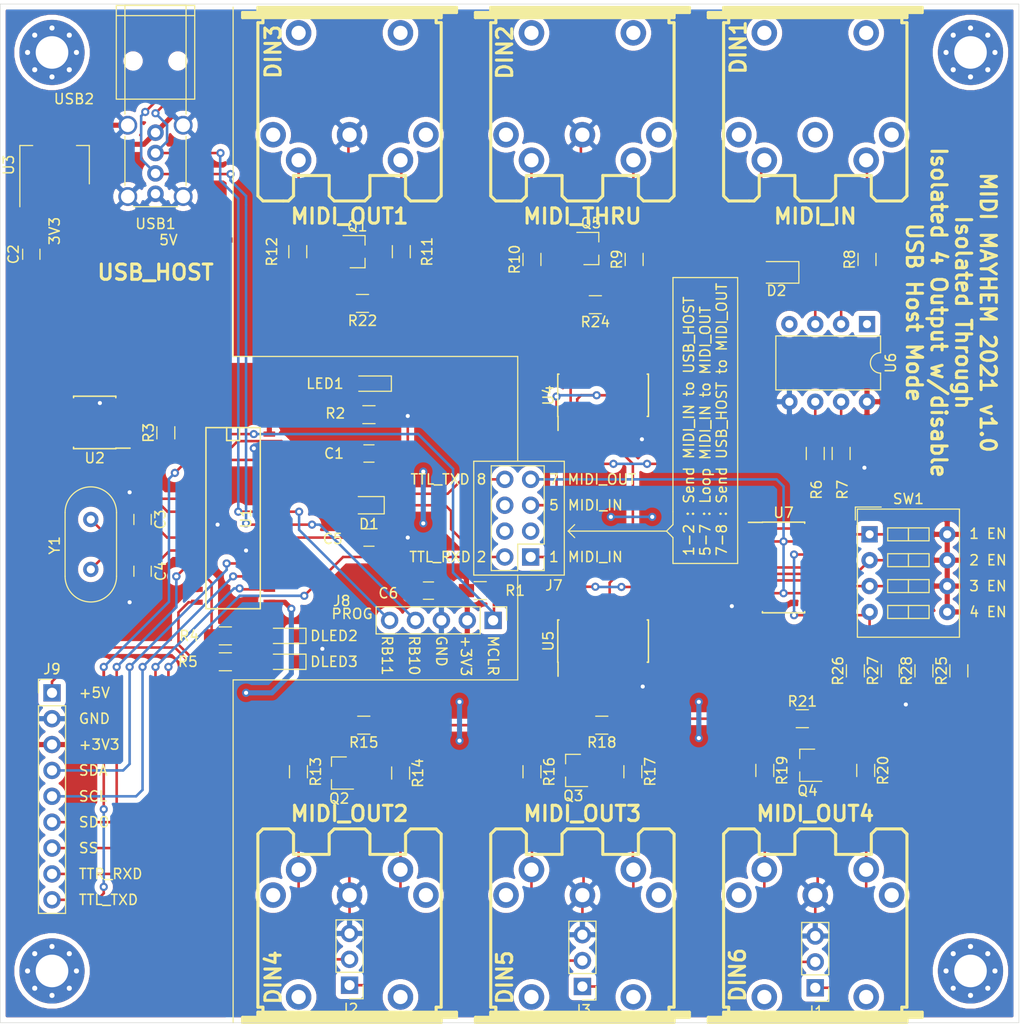
<source format=kicad_pcb>
(kicad_pcb (version 20171130) (host pcbnew "(5.1.9)-1")
  (layers (0 F.Cu mixed) (31 B.Cu mixed) (34 B.Paste user) (35 F.Paste user) (36 B.SilkS user) (37 F.SilkS user) (38 B.Mask user) (39 F.Mask user) (44 Edge.Cuts user))
  (net 0 "")
  (net 1 MCLR)
  (net 2 +3V3)
  (net 3 GND)
  (net 4 USB_D+)
  (net 5 USB_D-)
  (net 6 +5V)
  (net 7 SDA)
  (net 8 SCL)
  (net 9 SDO)
  (net 10 SS)
  (net 11 "Net-(D2-Pad2)")
  (net 12 "Net-(D1-Pad2)")
  (net 13 "Net-(U1-Pad4)")
  (net 14 "Net-(U1-Pad5)")
  (net 15 SDA2)
  (net 16 SCL2)
  (net 17 OSCI)
  (net 18 OSCO)
  (net 19 "Net-(R4-Pad2)")
  (net 20 "Net-(R5-Pad2)")
  (net 21 "Net-(C5-Pad2)")
  (net 22 "Net-(U1-Pad24)")
  (net 23 "Net-(U1-Pad25)")
  (net 24 "Net-(U1-Pad26)")
  (net 25 "Net-(U2-Pad7)")
  (net 26 "Net-(D2-Pad1)")
  (net 27 "Net-(R7-Pad2)")
  (net 28 "Net-(DLED2-Pad2)")
  (net 29 "Net-(DLED3-Pad2)")
  (net 30 "Net-(LED1-Pad2)")
  (net 31 TTL_RXD)
  (net 32 TTL_TXD)
  (net 33 "Net-(R6-Pad1)")
  (net 34 "Net-(Q1-Pad3)")
  (net 35 "Net-(R15-Pad1)")
  (net 36 "Net-(Q1-Pad2)")
  (net 37 "Net-(U4-Pad6)")
  (net 38 "Net-(U4-Pad11)")
  (net 39 "Net-(U5-Pad1)")
  (net 40 MIDI_IN)
  (net 41 MIDI_OUT)
  (net 42 "Net-(DIN1-Pad5)")
  (net 43 "Net-(DIN1-Pad1)")
  (net 44 "Net-(DIN1-Pad2)")
  (net 45 "Net-(DIN1-Pad3)")
  (net 46 "Net-(DIN2-Pad5)")
  (net 47 "Net-(DIN2-Pad1)")
  (net 48 "Net-(DIN2-Pad4)")
  (net 49 "Net-(DIN2-Pad3)")
  (net 50 "Net-(DIN3-Pad5)")
  (net 51 "Net-(DIN3-Pad1)")
  (net 52 "Net-(DIN3-Pad4)")
  (net 53 "Net-(DIN3-Pad3)")
  (net 54 "Net-(DIN4-Pad5)")
  (net 55 "Net-(DIN4-Pad1)")
  (net 56 "Net-(DIN4-Pad4)")
  (net 57 "Net-(DIN4-Pad3)")
  (net 58 "Net-(DIN5-Pad5)")
  (net 59 "Net-(DIN5-Pad1)")
  (net 60 "Net-(DIN5-Pad4)")
  (net 61 "Net-(DIN5-Pad3)")
  (net 62 "Net-(DIN6-Pad5)")
  (net 63 "Net-(DIN6-Pad1)")
  (net 64 "Net-(DIN6-Pad4)")
  (net 65 "Net-(DIN6-Pad3)")
  (net 66 "Net-(Q3-Pad3)")
  (net 67 "Net-(R18-Pad1)")
  (net 68 "Net-(Q3-Pad2)")
  (net 69 "Net-(Q4-Pad3)")
  (net 70 "Net-(R21-Pad1)")
  (net 71 "Net-(Q4-Pad2)")
  (net 72 "Net-(U5-Pad2)")
  (net 73 "Net-(U5-Pad6)")
  (net 74 "Net-(U6-Pad1)")
  (net 75 "Net-(U6-Pad4)")
  (net 76 "Net-(Q2-Pad3)")
  (net 77 "Net-(Q2-Pad2)")
  (net 78 "Net-(R22-Pad1)")
  (net 79 "Net-(USB2-Pad4)")
  (net 80 OUT1_EN)
  (net 81 OUT2_EN)
  (net 82 OUT3_EN)
  (net 83 OUT4_EN)
  (net 84 "Net-(U4-Pad13)")
  (net 85 "Net-(U5-Pad5)")
  (net 86 "Net-(Q5-Pad2)")
  (net 87 "Net-(Q5-Pad3)")
  (net 88 "Net-(J7-Pad3)")
  (net 89 "Net-(J7-Pad4)")
  (net 90 "Net-(J7-Pad6)")
  (net 91 "Net-(R24-Pad1)")
  (net 92 "Net-(U5-Pad11)")
  (net 93 "Net-(U5-Pad13)")
  (module Housings_DIP:DIP-8_W7.62mm (layer F.Cu) (at 193.04 77.47 270)
    (fp_text reference U6 (at 3.81 -2.33 90) (layer F.SilkS))
    (fp_text value 6N139)
    (pad 1 thru_hole rect (at 0 0 270) (size 1.6 1.6) (drill 0.8) (layers *.Cu *.Mask) (net 74 "Net-(U6-Pad1)"))
    (pad 5 thru_hole oval (at 7.62 7.62 270) (size 1.6 1.6) (drill 0.8) (layers *.Cu *.Mask) (net 3 GND))
    (pad 2 thru_hole oval (at 0 2.54 270) (size 1.6 1.6) (drill 0.8) (layers *.Cu *.Mask) (net 26 "Net-(D2-Pad1)"))
    (pad 6 thru_hole oval (at 7.62 5.08 270) (size 1.6 1.6) (drill 0.8) (layers *.Cu *.Mask) (net 33 "Net-(R6-Pad1)"))
    (pad 3 thru_hole oval (at 0 5.08 270) (size 1.6 1.6) (drill 0.8) (layers *.Cu *.Mask) (net 11 "Net-(D2-Pad2)"))
    (pad 7 thru_hole oval (at 7.62 2.54 270) (size 1.6 1.6) (drill 0.8) (layers *.Cu *.Mask) (net 27 "Net-(R7-Pad2)"))
    (pad 4 thru_hole oval (at 0 7.62 270) (size 1.6 1.6) (drill 0.8) (layers *.Cu *.Mask) (net 75 "Net-(U6-Pad4)"))
    (pad 8 thru_hole oval (at 7.62 0 270) (size 1.6 1.6) (drill 0.8) (layers *.Cu *.Mask) (net 6 +5V))
  )
  (module Housings_SOIC:SOIC-14_3.9x8.7mm_Pitch1.27mm (layer F.Cu) (at 167.132 108.585 90)
    (fp_text reference U5 (at 0 -5.375 90) (layer F.SilkS))
    (fp_text value 74AS14)
    (pad 1 smd rect (at -2.7 -3.81 90) (size 1.5 0.6) (layers F.Cu F.Paste F.Mask) (net 39 "Net-(U5-Pad1)"))
    (pad 2 smd rect (at -2.7 -2.54 90) (size 1.5 0.6) (layers F.Cu F.Paste F.Mask) (net 72 "Net-(U5-Pad2)"))
    (pad 3 smd rect (at -2.7 -1.27 90) (size 1.5 0.6) (layers F.Cu F.Paste F.Mask) (net 72 "Net-(U5-Pad2)"))
    (pad 4 smd rect (at -2.7 0 90) (size 1.5 0.6) (layers F.Cu F.Paste F.Mask) (net 35 "Net-(R15-Pad1)"))
    (pad 5 smd rect (at -2.7 1.27 90) (size 1.5 0.6) (layers F.Cu F.Paste F.Mask) (net 85 "Net-(U5-Pad5)"))
    (pad 6 smd rect (at -2.7 2.54 90) (size 1.5 0.6) (layers F.Cu F.Paste F.Mask) (net 73 "Net-(U5-Pad6)"))
    (pad 7 smd rect (at -2.7 3.81 90) (size 1.5 0.6) (layers F.Cu F.Paste F.Mask) (net 3 GND))
    (pad 8 smd rect (at 2.7 3.81 90) (size 1.5 0.6) (layers F.Cu F.Paste F.Mask) (net 70 "Net-(R21-Pad1)"))
    (pad 9 smd rect (at 2.7 2.54 90) (size 1.5 0.6) (layers F.Cu F.Paste F.Mask) (net 73 "Net-(U5-Pad6)"))
    (pad 10 smd rect (at 2.7 1.27 90) (size 1.5 0.6) (layers F.Cu F.Paste F.Mask) (net 67 "Net-(R18-Pad1)"))
    (pad 11 smd rect (at 2.7 0 90) (size 1.5 0.6) (layers F.Cu F.Paste F.Mask) (net 92 "Net-(U5-Pad11)"))
    (pad 12 smd rect (at 2.7 -1.27 90) (size 1.5 0.6) (layers F.Cu F.Paste F.Mask) (net 92 "Net-(U5-Pad11)"))
    (pad 13 smd rect (at 2.7 -2.54 90) (size 1.5 0.6) (layers F.Cu F.Paste F.Mask) (net 93 "Net-(U5-Pad13)"))
    (pad 14 smd rect (at 2.7 -3.81 90) (size 1.5 0.6) (layers F.Cu F.Paste F.Mask) (net 6 +5V))
  )
  (module Diodes_SMD:D_SOD-323 (layer F.Cu) (at 144.145 95.25 180)
    (fp_text reference D1 (at 0 -1.85) (layer F.SilkS))
    (fp_text value BAT54)
    (pad 1 smd rect (at -1.05 0 180) (size 0.6 0.45) (layers F.Cu F.Paste F.Mask) (net 31 TTL_RXD))
    (pad 2 smd rect (at 1.05 0 180) (size 0.6 0.45) (layers F.Cu F.Paste F.Mask) (net 12 "Net-(D1-Pad2)"))
  )
  (module Connectors:USB_A_Vertical (layer F.Cu) (at 123.19 58.674)
    (fp_text reference USB1 (at 0 8.95) (layer F.SilkS))
    (fp_text value USB_B_Full)
    (pad 1 thru_hole circle (at 0 0) (size 1.62 1.62) (drill 0.92) (layers *.Cu *.Mask) (net 6 +5V))
    (pad 2 thru_hole circle (at 0 2) (size 1.62 1.62) (drill 0.92) (layers *.Cu *.Mask) (net 5 USB_D-))
    (pad 3 thru_hole circle (at 0 4) (size 1.62 1.62) (drill 0.92) (layers *.Cu *.Mask) (net 4 USB_D+))
    (pad 5 thru_hole circle (at 2.72 -0.73) (size 1.85 1.85) (drill 1.35) (layers *.Cu *.Mask) (net 3 GND))
    (pad 4 thru_hole circle (at 0 6) (size 1.62 1.62) (drill 0.92) (layers *.Cu *.Mask) (net 3 GND))
    (pad 5 thru_hole circle (at 2.72 6.27) (size 1.85 1.85) (drill 1.35) (layers *.Cu *.Mask) (net 3 GND))
    (pad 5 thru_hole circle (at -2.72 -0.73) (size 1.85 1.85) (drill 1.35) (layers *.Cu *.Mask) (net 3 GND))
    (pad 5 thru_hole circle (at -2.72 6.27) (size 1.85 1.85) (drill 1.35) (layers *.Cu *.Mask) (net 3 GND))
  )
  (module Resistors_SMD:R_0805_HandSoldering (layer F.Cu) (at 198.628 111.506 90)
    (fp_text reference R28 (at 0 -1.7 90) (layer F.SilkS))
    (fp_text value 1K)
    (pad 1 smd rect (at -1.35 0 90) (size 1.5 1.3) (layers F.Cu F.Paste F.Mask) (net 3 GND))
    (pad 2 smd rect (at 1.35 0 90) (size 1.5 1.3) (layers F.Cu F.Paste F.Mask) (net 81 OUT2_EN))
  )
  (module Resistors_SMD:R_0805_HandSoldering (layer F.Cu) (at 195.326 111.506 90)
    (fp_text reference R27 (at 0 -1.7 90) (layer F.SilkS))
    (fp_text value 1K)
    (pad 1 smd rect (at -1.35 0 90) (size 1.5 1.3) (layers F.Cu F.Paste F.Mask) (net 3 GND))
    (pad 2 smd rect (at 1.35 0 90) (size 1.5 1.3) (layers F.Cu F.Paste F.Mask) (net 82 OUT3_EN))
  )
  (module Resistors_SMD:R_0805_HandSoldering (layer F.Cu) (at 191.897 111.506 90)
    (fp_text reference R26 (at 0 -1.7 90) (layer F.SilkS))
    (fp_text value 1K)
    (pad 1 smd rect (at -1.35 0 90) (size 1.5 1.3) (layers F.Cu F.Paste F.Mask) (net 3 GND))
    (pad 2 smd rect (at 1.35 0 90) (size 1.5 1.3) (layers F.Cu F.Paste F.Mask) (net 83 OUT4_EN))
  )
  (module Housings_SOIC:SOIC-14_3.9x8.7mm_Pitch1.27mm (layer F.Cu) (at 184.8485 101.3587)
    (fp_text reference U7 (at 0 -5.375) (layer F.SilkS))
    (fp_text value 74HC08)
    (pad 1 smd rect (at -2.7 -3.81) (size 1.5 0.6) (layers F.Cu F.Paste F.Mask) (net 80 OUT1_EN))
    (pad 2 smd rect (at -2.7 -2.54) (size 1.5 0.6) (layers F.Cu F.Paste F.Mask) (net 41 MIDI_OUT))
    (pad 3 smd rect (at -2.7 -1.27) (size 1.5 0.6) (layers F.Cu F.Paste F.Mask) (net 84 "Net-(U4-Pad13)"))
    (pad 4 smd rect (at -2.7 0) (size 1.5 0.6) (layers F.Cu F.Paste F.Mask) (net 39 "Net-(U5-Pad1)"))
    (pad 5 smd rect (at -2.7 1.27) (size 1.5 0.6) (layers F.Cu F.Paste F.Mask) (net 81 OUT2_EN))
    (pad 6 smd rect (at -2.7 2.54) (size 1.5 0.6) (layers F.Cu F.Paste F.Mask) (net 41 MIDI_OUT))
    (pad 7 smd rect (at -2.7 3.81) (size 1.5 0.6) (layers F.Cu F.Paste F.Mask) (net 3 GND))
    (pad 8 smd rect (at 2.7 3.81) (size 1.5 0.6) (layers F.Cu F.Paste F.Mask) (net 82 OUT3_EN))
    (pad 9 smd rect (at 2.7 2.54) (size 1.5 0.6) (layers F.Cu F.Paste F.Mask) (net 41 MIDI_OUT))
    (pad 10 smd rect (at 2.7 1.27) (size 1.5 0.6) (layers F.Cu F.Paste F.Mask) (net 93 "Net-(U5-Pad13)"))
    (pad 11 smd rect (at 2.7 0) (size 1.5 0.6) (layers F.Cu F.Paste F.Mask) (net 85 "Net-(U5-Pad5)"))
    (pad 12 smd rect (at 2.7 -1.27) (size 1.5 0.6) (layers F.Cu F.Paste F.Mask) (net 83 OUT4_EN))
    (pad 13 smd rect (at 2.7 -2.54) (size 1.5 0.6) (layers F.Cu F.Paste F.Mask) (net 41 MIDI_OUT))
    (pad 14 smd rect (at 2.7 -3.81) (size 1.5 0.6) (layers F.Cu F.Paste F.Mask) (net 6 +5V))
  )
  (module Resistors_SMD:R_0805_HandSoldering (layer F.Cu) (at 202.057 111.506 90)
    (fp_text reference R25 (at 0 -1.7 90) (layer F.SilkS))
    (fp_text value 1K)
    (pad 1 smd rect (at -1.35 0 90) (size 1.5 1.3) (layers F.Cu F.Paste F.Mask) (net 3 GND))
    (pad 2 smd rect (at 1.35 0 90) (size 1.5 1.3) (layers F.Cu F.Paste F.Mask) (net 80 OUT1_EN))
  )
  (module Resistors_SMD:R_0805_HandSoldering (layer F.Cu) (at 166.37 75.565 180)
    (fp_text reference R24 (at 0 -1.7) (layer F.SilkS))
    (fp_text value 10K)
    (pad 1 smd rect (at -1.35 0 180) (size 1.5 1.3) (layers F.Cu F.Paste F.Mask) (net 91 "Net-(R24-Pad1)"))
    (pad 2 smd rect (at 1.35 0 180) (size 1.5 1.3) (layers F.Cu F.Paste F.Mask) (net 86 "Net-(Q5-Pad2)"))
  )
  (module TO_SOT_Packages_SMD:SOT-23 (layer F.Cu) (at 165.95 70.05)
    (fp_text reference Q5 (at 0 -2.5) (layer F.SilkS))
    (fp_text value 2N2219)
    (pad 1 smd rect (at -1 -0.95) (size 0.9 0.8) (layers F.Cu F.Paste F.Mask) (net 3 GND))
    (pad 2 smd rect (at -1 0.95) (size 0.9 0.8) (layers F.Cu F.Paste F.Mask) (net 86 "Net-(Q5-Pad2)"))
    (pad 3 smd rect (at 1 0) (size 0.9 0.8) (layers F.Cu F.Paste F.Mask) (net 87 "Net-(Q5-Pad3)"))
  )
  (module Buttons_Switches_THT:SW_DIP_x4_W7.62mm_Slide (layer F.Cu) (at 193.294 98.1075)
    (fp_text reference SW1 (at 3.81 -3.48) (layer F.SilkS))
    (fp_text value SW_DIP_x04)
    (pad 1 thru_hole rect (at 0 0) (size 1.6 1.6) (drill 0.8) (layers *.Cu *.Mask) (net 80 OUT1_EN))
    (pad 5 thru_hole oval (at 7.62 7.62) (size 1.6 1.6) (drill 0.8) (layers *.Cu *.Mask) (net 6 +5V))
    (pad 2 thru_hole oval (at 0 2.54) (size 1.6 1.6) (drill 0.8) (layers *.Cu *.Mask) (net 81 OUT2_EN))
    (pad 6 thru_hole oval (at 7.62 5.08) (size 1.6 1.6) (drill 0.8) (layers *.Cu *.Mask) (net 6 +5V))
    (pad 3 thru_hole oval (at 0 5.08) (size 1.6 1.6) (drill 0.8) (layers *.Cu *.Mask) (net 82 OUT3_EN))
    (pad 7 thru_hole oval (at 7.62 2.54) (size 1.6 1.6) (drill 0.8) (layers *.Cu *.Mask) (net 6 +5V))
    (pad 4 thru_hole oval (at 0 7.62) (size 1.6 1.6) (drill 0.8) (layers *.Cu *.Mask) (net 83 OUT4_EN))
    (pad 8 thru_hole oval (at 7.62 0) (size 1.6 1.6) (drill 0.8) (layers *.Cu *.Mask) (net 6 +5V))
  )
  (module Pin_Headers:Pin_Header_Straight_1x03_Pitch2.54mm (layer F.Cu) (at 165.1 142.494 180)
    (fp_text reference J3 (at 0 -2.33) (layer F.SilkS))
    (fp_text value Conn_01x03)
    (pad 1 thru_hole rect (at 0 0 180) (size 1.7 1.7) (drill 1) (layers *.Cu *.Mask) (net 60 "Net-(DIN5-Pad4)"))
    (pad 2 thru_hole oval (at 0 2.54 180) (size 1.7 1.7) (drill 1) (layers *.Cu *.Mask) (net 58 "Net-(DIN5-Pad5)"))
    (pad 3 thru_hole oval (at 0 5.08 180) (size 1.7 1.7) (drill 1) (layers *.Cu *.Mask) (net 3 GND))
  )
  (module Pin_Headers:Pin_Header_Straight_1x03_Pitch2.54mm (layer F.Cu) (at 142.24 142.367 180)
    (fp_text reference J2 (at 0 -2.33) (layer F.SilkS))
    (fp_text value Conn_01x03)
    (pad 1 thru_hole rect (at 0 0 180) (size 1.7 1.7) (drill 1) (layers *.Cu *.Mask) (net 56 "Net-(DIN4-Pad4)"))
    (pad 2 thru_hole oval (at 0 2.54 180) (size 1.7 1.7) (drill 1) (layers *.Cu *.Mask) (net 54 "Net-(DIN4-Pad5)"))
    (pad 3 thru_hole oval (at 0 5.08 180) (size 1.7 1.7) (drill 1) (layers *.Cu *.Mask) (net 3 GND))
  )
  (module Pin_Headers:Pin_Header_Straight_1x03_Pitch2.54mm (layer F.Cu) (at 187.96 142.621 180)
    (fp_text reference J1 (at 0 -2.33) (layer F.SilkS))
    (fp_text value Conn_01x03)
    (pad 1 thru_hole rect (at 0 0 180) (size 1.7 1.7) (drill 1) (layers *.Cu *.Mask) (net 64 "Net-(DIN6-Pad4)"))
    (pad 2 thru_hole oval (at 0 2.54 180) (size 1.7 1.7) (drill 1) (layers *.Cu *.Mask) (net 62 "Net-(DIN6-Pad5)"))
    (pad 3 thru_hole oval (at 0 5.08 180) (size 1.7 1.7) (drill 1) (layers *.Cu *.Mask) (net 3 GND))
  )
  (module TO_SOT_Packages_SMD:SOT-23 (layer F.Cu) (at 187.198 120.777 180)
    (fp_text reference Q4 (at 0 -2.5) (layer F.SilkS))
    (fp_text value 2N2219)
    (pad 1 smd rect (at -1 -0.95 180) (size 0.9 0.8) (layers F.Cu F.Paste F.Mask) (net 3 GND))
    (pad 2 smd rect (at -1 0.95 180) (size 0.9 0.8) (layers F.Cu F.Paste F.Mask) (net 71 "Net-(Q4-Pad2)"))
    (pad 3 smd rect (at 1 0 180) (size 0.9 0.8) (layers F.Cu F.Paste F.Mask) (net 69 "Net-(Q4-Pad3)"))
  )
  (module TO_SOT_Packages_SMD:SOT-23 (layer F.Cu) (at 164.211 121.285 180)
    (fp_text reference Q3 (at 0 -2.5) (layer F.SilkS))
    (fp_text value 2N2219)
    (pad 1 smd rect (at -1 -0.95 180) (size 0.9 0.8) (layers F.Cu F.Paste F.Mask) (net 3 GND))
    (pad 2 smd rect (at -1 0.95 180) (size 0.9 0.8) (layers F.Cu F.Paste F.Mask) (net 68 "Net-(Q3-Pad2)"))
    (pad 3 smd rect (at 1 0 180) (size 0.9 0.8) (layers F.Cu F.Paste F.Mask) (net 66 "Net-(Q3-Pad3)"))
  )
  (module TO_SOT_Packages_SMD:SOT-23 (layer F.Cu) (at 141.224 121.539 180)
    (fp_text reference Q2 (at 0 -2.5) (layer F.SilkS))
    (fp_text value 2N2219)
    (pad 1 smd rect (at -1 -0.95 180) (size 0.9 0.8) (layers F.Cu F.Paste F.Mask) (net 3 GND))
    (pad 2 smd rect (at -1 0.95 180) (size 0.9 0.8) (layers F.Cu F.Paste F.Mask) (net 77 "Net-(Q2-Pad2)"))
    (pad 3 smd rect (at 1 0 180) (size 0.9 0.8) (layers F.Cu F.Paste F.Mask) (net 76 "Net-(Q2-Pad3)"))
  )
  (module TO_SOT_Packages_SMD:SOT-23 (layer F.Cu) (at 143.002 70.358)
    (fp_text reference Q1 (at 0 -2.5) (layer F.SilkS))
    (fp_text value 2N2219)
    (pad 1 smd rect (at -1 -0.95) (size 0.9 0.8) (layers F.Cu F.Paste F.Mask) (net 3 GND))
    (pad 2 smd rect (at -1 0.95) (size 0.9 0.8) (layers F.Cu F.Paste F.Mask) (net 36 "Net-(Q1-Pad2)"))
    (pad 3 smd rect (at 1 0) (size 0.9 0.8) (layers F.Cu F.Paste F.Mask) (net 34 "Net-(Q1-Pad3)"))
  )
  (module Connectors:USB_Mini-B (layer F.Cu) (at 123.19 51.435 270)
    (fp_text reference USB2 (at 3.937 8.001 180) (layer F.SilkS))
    (fp_text value USB_B_Mini)
    (pad 1 smd rect (at 2.8 -1.6 270) (size 2.3 0.5) (layers F.Cu F.Paste F.Mask) (net 6 +5V))
    (pad 2 smd rect (at 2.8 -0.8 270) (size 2.3 0.5) (layers F.Cu F.Paste F.Mask) (net 5 USB_D-))
    (pad 3 smd rect (at 2.8 0 270) (size 2.3 0.5) (layers F.Cu F.Paste F.Mask) (net 4 USB_D+))
    (pad 4 smd rect (at 2.8 0.8 270) (size 2.3 0.5) (layers F.Cu F.Paste F.Mask) (net 79 "Net-(USB2-Pad4)"))
    (pad 5 smd rect (at 2.8 1.6 270) (size 2.3 0.5) (layers F.Cu F.Paste F.Mask) (net 3 GND))
    (pad 6 smd rect (at 2.7 -4.45 270) (size 2.5 2) (layers F.Cu F.Paste F.Mask) (net 3 GND))
    (pad 6 smd rect (at -2.8 -4.45 270) (size 2.5 2) (layers F.Cu F.Paste F.Mask) (net 3 GND))
    (pad 6 smd rect (at 2.7 4.45 270) (size 2.5 2) (layers F.Cu F.Paste F.Mask) (net 3 GND))
    (pad 6 smd rect (at -2.8 4.45 270) (size 2.5 2) (layers F.Cu F.Paste F.Mask) (net 3 GND))
    (pad "" np_thru_hole circle (at 0.2 -2.2 270) (size 0.9 0.9) (drill 0.9) (layers *.Cu *.Mask))
    (pad "" np_thru_hole circle (at 0.2 2.2 270) (size 0.9 0.9) (drill 0.9) (layers *.Cu *.Mask))
  )
  (module Resistors_SMD:R_0805_HandSoldering (layer F.Cu) (at 143.51 75.438 180)
    (fp_text reference R22 (at 0 -1.7) (layer F.SilkS))
    (fp_text value 10K)
    (pad 1 smd rect (at -1.35 0 180) (size 1.5 1.3) (layers F.Cu F.Paste F.Mask) (net 78 "Net-(R22-Pad1)"))
    (pad 2 smd rect (at 1.35 0 180) (size 1.5 1.3) (layers F.Cu F.Paste F.Mask) (net 36 "Net-(Q1-Pad2)"))
  )
  (module Resistors_SMD:R_0805_HandSoldering (layer F.Cu) (at 186.69 116.205)
    (fp_text reference R21 (at 0 -1.7) (layer F.SilkS))
    (fp_text value 10K)
    (pad 1 smd rect (at -1.35 0) (size 1.5 1.3) (layers F.Cu F.Paste F.Mask) (net 70 "Net-(R21-Pad1)"))
    (pad 2 smd rect (at 1.35 0) (size 1.5 1.3) (layers F.Cu F.Paste F.Mask) (net 71 "Net-(Q4-Pad2)"))
  )
  (module Resistors_SMD:R_0805_HandSoldering (layer F.Cu) (at 192.913 121.285 270)
    (fp_text reference R20 (at 0 -1.7 90) (layer F.SilkS))
    (fp_text value 220R)
    (pad 1 smd rect (at -1.35 0 270) (size 1.5 1.3) (layers F.Cu F.Paste F.Mask) (net 69 "Net-(Q4-Pad3)"))
    (pad 2 smd rect (at 1.35 0 270) (size 1.5 1.3) (layers F.Cu F.Paste F.Mask) (net 64 "Net-(DIN6-Pad4)"))
  )
  (module Resistors_SMD:R_0805_HandSoldering (layer F.Cu) (at 183.007 121.285 270)
    (fp_text reference R19 (at 0 -1.7 90) (layer F.SilkS))
    (fp_text value 220R)
    (pad 1 smd rect (at -1.35 0 270) (size 1.5 1.3) (layers F.Cu F.Paste F.Mask) (net 6 +5V))
    (pad 2 smd rect (at 1.35 0 270) (size 1.5 1.3) (layers F.Cu F.Paste F.Mask) (net 62 "Net-(DIN6-Pad5)"))
  )
  (module Resistors_SMD:R_0805_HandSoldering (layer F.Cu) (at 167.005 116.84 180)
    (fp_text reference R18 (at 0 -1.7) (layer F.SilkS))
    (fp_text value 10K)
    (pad 1 smd rect (at -1.35 0 180) (size 1.5 1.3) (layers F.Cu F.Paste F.Mask) (net 67 "Net-(R18-Pad1)"))
    (pad 2 smd rect (at 1.35 0 180) (size 1.5 1.3) (layers F.Cu F.Paste F.Mask) (net 68 "Net-(Q3-Pad2)"))
  )
  (module Resistors_SMD:R_0805_HandSoldering (layer F.Cu) (at 170.053 121.412 270)
    (fp_text reference R17 (at 0 -1.7 90) (layer F.SilkS))
    (fp_text value 220R)
    (pad 1 smd rect (at -1.35 0 270) (size 1.5 1.3) (layers F.Cu F.Paste F.Mask) (net 66 "Net-(Q3-Pad3)"))
    (pad 2 smd rect (at 1.35 0 270) (size 1.5 1.3) (layers F.Cu F.Paste F.Mask) (net 60 "Net-(DIN5-Pad4)"))
  )
  (module Resistors_SMD:R_0805_HandSoldering (layer F.Cu) (at 160.147 121.412 270)
    (fp_text reference R16 (at 0 -1.7 90) (layer F.SilkS))
    (fp_text value 220R)
    (pad 1 smd rect (at -1.35 0 270) (size 1.5 1.3) (layers F.Cu F.Paste F.Mask) (net 6 +5V))
    (pad 2 smd rect (at 1.35 0 270) (size 1.5 1.3) (layers F.Cu F.Paste F.Mask) (net 58 "Net-(DIN5-Pad5)"))
  )
  (module conn_av:din-5 (layer F.Cu) (at 187.96 136.525)
    (fp_text reference DIN6 (at -7.62 4.826 90) (layer F.SilkS) (effects (font (size 1.5 1.5) (thickness 0.3))))
    (fp_text value MIDI_OUT4 (at 0 -11) (layer F.SilkS) (effects (font (size 1.5 1.5) (thickness 0.3))))
    (pad 6 thru_hole circle (at -5 7) (size 2.5 2.5) (drill 1.4) (layers *.Cu *.Mask))
    (pad 6 thru_hole circle (at 5 7) (size 2.5 2.5) (drill 1.4) (layers *.Cu *.Mask))
    (pad 5 thru_hole circle (at -5 -5.5) (size 2.5 2.5) (drill 1.4) (layers *.Cu *.Mask) (net 62 "Net-(DIN6-Pad5)"))
    (pad 1 thru_hole circle (at 7.5 -3) (size 2.5 2.5) (drill 1.4) (layers *.Cu *.Mask) (net 63 "Net-(DIN6-Pad1)"))
    (pad 2 thru_hole circle (at 0 -3) (size 2.5 2.5) (drill 1.4) (layers *.Cu *.Mask) (net 3 GND))
    (pad 4 thru_hole circle (at 5 -5.5) (size 2.5 2.5) (drill 1.4) (layers *.Cu *.Mask) (net 64 "Net-(DIN6-Pad4)"))
    (pad 3 thru_hole circle (at -7.5 -3) (size 2.5 2.5) (drill 1.4) (layers *.Cu *.Mask) (net 65 "Net-(DIN6-Pad3)"))
  )
  (module conn_av:din-5 (layer F.Cu) (at 165.1 136.525)
    (fp_text reference DIN5 (at -7.62 5.08 90) (layer F.SilkS) (effects (font (size 1.5 1.5) (thickness 0.3))))
    (fp_text value MIDI_OUT3 (at 0 -11) (layer F.SilkS) (effects (font (size 1.5 1.5) (thickness 0.3))))
    (pad 6 thru_hole circle (at -5 7) (size 2.5 2.5) (drill 1.4) (layers *.Cu *.Mask))
    (pad 6 thru_hole circle (at 5 7) (size 2.5 2.5) (drill 1.4) (layers *.Cu *.Mask))
    (pad 5 thru_hole circle (at -5 -5.5) (size 2.5 2.5) (drill 1.4) (layers *.Cu *.Mask) (net 58 "Net-(DIN5-Pad5)"))
    (pad 1 thru_hole circle (at 7.5 -3) (size 2.5 2.5) (drill 1.4) (layers *.Cu *.Mask) (net 59 "Net-(DIN5-Pad1)"))
    (pad 2 thru_hole circle (at 0 -3) (size 2.5 2.5) (drill 1.4) (layers *.Cu *.Mask) (net 3 GND))
    (pad 4 thru_hole circle (at 5 -5.5) (size 2.5 2.5) (drill 1.4) (layers *.Cu *.Mask) (net 60 "Net-(DIN5-Pad4)"))
    (pad 3 thru_hole circle (at -7.5 -3) (size 2.5 2.5) (drill 1.4) (layers *.Cu *.Mask) (net 61 "Net-(DIN5-Pad3)"))
  )
  (module Housings_SOIC:SOIC-14_3.9x8.7mm_Pitch1.27mm (layer F.Cu) (at 167.132 84.455 90)
    (fp_text reference U4 (at 0 -5.375 90) (layer F.SilkS))
    (fp_text value 74AS14)
    (pad 1 smd rect (at -2.7 -3.81 90) (size 1.5 0.6) (layers F.Cu F.Paste F.Mask) (net 33 "Net-(R6-Pad1)"))
    (pad 2 smd rect (at -2.7 -2.54 90) (size 1.5 0.6) (layers F.Cu F.Paste F.Mask) (net 40 MIDI_IN))
    (pad 3 smd rect (at -2.7 -1.27 90) (size 1.5 0.6) (layers F.Cu F.Paste F.Mask) (net 3 GND))
    (pad 4 smd rect (at -2.7 0 90) (size 1.5 0.6) (layers F.Cu F.Paste F.Mask) (net 3 GND))
    (pad 5 smd rect (at -2.7 1.27 90) (size 1.5 0.6) (layers F.Cu F.Paste F.Mask) (net 40 MIDI_IN))
    (pad 6 smd rect (at -2.7 2.54 90) (size 1.5 0.6) (layers F.Cu F.Paste F.Mask) (net 37 "Net-(U4-Pad6)"))
    (pad 7 smd rect (at -2.7 3.81 90) (size 1.5 0.6) (layers F.Cu F.Paste F.Mask) (net 3 GND))
    (pad 8 smd rect (at 2.7 3.81 90) (size 1.5 0.6) (layers F.Cu F.Paste F.Mask) (net 91 "Net-(R24-Pad1)"))
    (pad 9 smd rect (at 2.7 2.54 90) (size 1.5 0.6) (layers F.Cu F.Paste F.Mask) (net 37 "Net-(U4-Pad6)"))
    (pad 10 smd rect (at 2.7 1.27 90) (size 1.5 0.6) (layers F.Cu F.Paste F.Mask) (net 78 "Net-(R22-Pad1)"))
    (pad 11 smd rect (at 2.7 0 90) (size 1.5 0.6) (layers F.Cu F.Paste F.Mask) (net 38 "Net-(U4-Pad11)"))
    (pad 12 smd rect (at 2.7 -1.27 90) (size 1.5 0.6) (layers F.Cu F.Paste F.Mask) (net 38 "Net-(U4-Pad11)"))
    (pad 13 smd rect (at 2.7 -2.54 90) (size 1.5 0.6) (layers F.Cu F.Paste F.Mask) (net 84 "Net-(U4-Pad13)"))
    (pad 14 smd rect (at 2.7 -3.81 90) (size 1.5 0.6) (layers F.Cu F.Paste F.Mask) (net 6 +5V))
  )
  (module Resistors_SMD:R_0805_HandSoldering (layer F.Cu) (at 143.637 116.84 180)
    (fp_text reference R15 (at 0 -1.7) (layer F.SilkS))
    (fp_text value 10K)
    (pad 1 smd rect (at -1.35 0 180) (size 1.5 1.3) (layers F.Cu F.Paste F.Mask) (net 35 "Net-(R15-Pad1)"))
    (pad 2 smd rect (at 1.35 0 180) (size 1.5 1.3) (layers F.Cu F.Paste F.Mask) (net 77 "Net-(Q2-Pad2)"))
  )
  (module Resistors_SMD:R_0805_HandSoldering (layer F.Cu) (at 147.2565 121.539 270)
    (fp_text reference R14 (at 0 -1.7 90) (layer F.SilkS))
    (fp_text value 220R)
    (pad 1 smd rect (at -1.35 0 270) (size 1.5 1.3) (layers F.Cu F.Paste F.Mask) (net 76 "Net-(Q2-Pad3)"))
    (pad 2 smd rect (at 1.35 0 270) (size 1.5 1.3) (layers F.Cu F.Paste F.Mask) (net 56 "Net-(DIN4-Pad4)"))
  )
  (module Resistors_SMD:R_0805_HandSoldering (layer F.Cu) (at 137.2235 121.412 270)
    (fp_text reference R13 (at 0 -1.7 90) (layer F.SilkS))
    (fp_text value 220R)
    (pad 1 smd rect (at -1.35 0 270) (size 1.5 1.3) (layers F.Cu F.Paste F.Mask) (net 6 +5V))
    (pad 2 smd rect (at 1.35 0 270) (size 1.5 1.3) (layers F.Cu F.Paste F.Mask) (net 54 "Net-(DIN4-Pad5)"))
  )
  (module Pin_Headers:Pin_Header_Straight_2x04_Pitch2.54mm (layer F.Cu) (at 160.02 100.33 180)
    (fp_text reference J7 (at -2.286 -2.794) (layer F.SilkS))
    (fp_text value Conn_02x04_Odd_Even)
    (pad 1 thru_hole rect (at 0 0 180) (size 1.7 1.7) (drill 1) (layers *.Cu *.Mask) (net 40 MIDI_IN))
    (pad 2 thru_hole oval (at 2.54 0 180) (size 1.7 1.7) (drill 1) (layers *.Cu *.Mask) (net 31 TTL_RXD))
    (pad 3 thru_hole oval (at 0 2.54 180) (size 1.7 1.7) (drill 1) (layers *.Cu *.Mask) (net 88 "Net-(J7-Pad3)"))
    (pad 4 thru_hole oval (at 2.54 2.54 180) (size 1.7 1.7) (drill 1) (layers *.Cu *.Mask) (net 89 "Net-(J7-Pad4)"))
    (pad 5 thru_hole oval (at 0 5.08 180) (size 1.7 1.7) (drill 1) (layers *.Cu *.Mask) (net 40 MIDI_IN))
    (pad 6 thru_hole oval (at 2.54 5.08 180) (size 1.7 1.7) (drill 1) (layers *.Cu *.Mask) (net 90 "Net-(J7-Pad6)"))
    (pad 7 thru_hole oval (at 0 7.62 180) (size 1.7 1.7) (drill 1) (layers *.Cu *.Mask) (net 41 MIDI_OUT))
    (pad 8 thru_hole oval (at 2.54 7.62 180) (size 1.7 1.7) (drill 1) (layers *.Cu *.Mask) (net 32 TTL_TXD))
  )
  (module conn_av:din-5 (layer F.Cu) (at 142.24 136.525)
    (fp_text reference DIN4 (at -7.493 5.08 90) (layer F.SilkS) (effects (font (size 1.5 1.5) (thickness 0.3))))
    (fp_text value MIDI_OUT2 (at 0 -11) (layer F.SilkS) (effects (font (size 1.5 1.5) (thickness 0.3))))
    (pad 6 thru_hole circle (at -5 7) (size 2.5 2.5) (drill 1.4) (layers *.Cu *.Mask))
    (pad 6 thru_hole circle (at 5 7) (size 2.5 2.5) (drill 1.4) (layers *.Cu *.Mask))
    (pad 5 thru_hole circle (at -5 -5.5) (size 2.5 2.5) (drill 1.4) (layers *.Cu *.Mask) (net 54 "Net-(DIN4-Pad5)"))
    (pad 1 thru_hole circle (at 7.5 -3) (size 2.5 2.5) (drill 1.4) (layers *.Cu *.Mask) (net 55 "Net-(DIN4-Pad1)"))
    (pad 2 thru_hole circle (at 0 -3) (size 2.5 2.5) (drill 1.4) (layers *.Cu *.Mask) (net 3 GND))
    (pad 4 thru_hole circle (at 5 -5.5) (size 2.5 2.5) (drill 1.4) (layers *.Cu *.Mask) (net 56 "Net-(DIN4-Pad4)"))
    (pad 3 thru_hole circle (at -7.5 -3) (size 2.5 2.5) (drill 1.4) (layers *.Cu *.Mask) (net 57 "Net-(DIN4-Pad3)"))
  )
  (module TO_SOT_Packages_SMD:SOT-223 (layer F.Cu) (at 113.284 61.849 90)
    (fp_text reference U3 (at 0 -4.5 90) (layer F.SilkS))
    (fp_text value AMS1117-3.3)
    (pad 4 smd rect (at 3.15 0 90) (size 2 3.8) (layers F.Cu F.Paste F.Mask))
    (pad 2 smd rect (at -3.15 0 90) (size 2 1.5) (layers F.Cu F.Paste F.Mask) (net 2 +3V3))
    (pad 3 smd rect (at -3.15 2.3 90) (size 2 1.5) (layers F.Cu F.Paste F.Mask) (net 6 +5V))
    (pad 1 smd rect (at -3.15 -2.3 90) (size 2 1.5) (layers F.Cu F.Paste F.Mask) (net 3 GND))
  )
  (module Resistors_SMD:R_0805_HandSoldering (layer F.Cu) (at 137.16 70.358 90)
    (fp_text reference R12 (at 0 -2.54 90) (layer F.SilkS))
    (fp_text value 220R)
    (pad 1 smd rect (at -1.35 0 90) (size 1.5 1.3) (layers F.Cu F.Paste F.Mask) (net 34 "Net-(Q1-Pad3)"))
    (pad 2 smd rect (at 1.35 0 90) (size 1.5 1.3) (layers F.Cu F.Paste F.Mask) (net 52 "Net-(DIN3-Pad4)"))
  )
  (module Resistors_SMD:R_0805_HandSoldering (layer F.Cu) (at 147.32 70.358 90)
    (fp_text reference R11 (at 0 2.54 90) (layer F.SilkS))
    (fp_text value 220R)
    (pad 1 smd rect (at -1.35 0 90) (size 1.5 1.3) (layers F.Cu F.Paste F.Mask) (net 6 +5V))
    (pad 2 smd rect (at 1.35 0 90) (size 1.5 1.3) (layers F.Cu F.Paste F.Mask) (net 50 "Net-(DIN3-Pad5)"))
  )
  (module Resistors_SMD:R_0805_HandSoldering (layer F.Cu) (at 160.147 71.12 90)
    (fp_text reference R10 (at 0 -1.7 90) (layer F.SilkS))
    (fp_text value 220R)
    (pad 1 smd rect (at -1.35 0 90) (size 1.5 1.3) (layers F.Cu F.Paste F.Mask) (net 87 "Net-(Q5-Pad3)"))
    (pad 2 smd rect (at 1.35 0 90) (size 1.5 1.3) (layers F.Cu F.Paste F.Mask) (net 48 "Net-(DIN2-Pad4)"))
  )
  (module Resistors_SMD:R_0805_HandSoldering (layer F.Cu) (at 170.18 71.12 90)
    (fp_text reference R9 (at 0 -1.7 90) (layer F.SilkS))
    (fp_text value 220R)
    (pad 1 smd rect (at -1.35 0 90) (size 1.5 1.3) (layers F.Cu F.Paste F.Mask) (net 6 +5V))
    (pad 2 smd rect (at 1.35 0 90) (size 1.5 1.3) (layers F.Cu F.Paste F.Mask) (net 46 "Net-(DIN2-Pad5)"))
  )
  (module Resistors_SMD:R_0805_HandSoldering (layer F.Cu) (at 193.04 71.12 90)
    (fp_text reference R8 (at 0 -1.7 90) (layer F.SilkS))
    (fp_text value 100R)
    (pad 1 smd rect (at -1.35 0 90) (size 1.5 1.3) (layers F.Cu F.Paste F.Mask) (net 26 "Net-(D2-Pad1)"))
    (pad 2 smd rect (at 1.35 0 90) (size 1.5 1.3) (layers F.Cu F.Paste F.Mask) (net 42 "Net-(DIN1-Pad5)"))
  )
  (module Resistors_SMD:R_0805_HandSoldering (layer F.Cu) (at 190.5 90.17 90)
    (fp_text reference R7 (at -3.556 0.127 90) (layer F.SilkS))
    (fp_text value 2KR)
    (pad 1 smd rect (at -1.35 0 90) (size 1.5 1.3) (layers F.Cu F.Paste F.Mask) (net 3 GND))
    (pad 2 smd rect (at 1.35 0 90) (size 1.5 1.3) (layers F.Cu F.Paste F.Mask) (net 27 "Net-(R7-Pad2)"))
  )
  (module Resistors_SMD:R_0805_HandSoldering (layer F.Cu) (at 187.96 90.17 270)
    (fp_text reference R6 (at 3.556 -0.127 90) (layer F.SilkS))
    (fp_text value 220R)
    (pad 1 smd rect (at -1.35 0 270) (size 1.5 1.3) (layers F.Cu F.Paste F.Mask) (net 33 "Net-(R6-Pad1)"))
    (pad 2 smd rect (at 1.35 0 270) (size 1.5 1.3) (layers F.Cu F.Paste F.Mask) (net 6 +5V))
  )
  (module Resistors_SMD:R_0805_HandSoldering (layer F.Cu) (at 130.048 110.617 180)
    (fp_text reference R5 (at 3.683 0) (layer F.SilkS))
    (fp_text value 470R)
    (pad 1 smd rect (at -1.35 0 180) (size 1.5 1.3) (layers F.Cu F.Paste F.Mask) (net 29 "Net-(DLED3-Pad2)"))
    (pad 2 smd rect (at 1.35 0 180) (size 1.5 1.3) (layers F.Cu F.Paste F.Mask) (net 20 "Net-(R5-Pad2)"))
  )
  (module Resistors_SMD:R_0805_HandSoldering (layer F.Cu) (at 130.048 108.077 180)
    (fp_text reference R4 (at 3.556 0) (layer F.SilkS))
    (fp_text value 470R)
    (pad 1 smd rect (at -1.35 0 180) (size 1.5 1.3) (layers F.Cu F.Paste F.Mask) (net 28 "Net-(DLED2-Pad2)"))
    (pad 2 smd rect (at 1.35 0 180) (size 1.5 1.3) (layers F.Cu F.Paste F.Mask) (net 19 "Net-(R4-Pad2)"))
  )
  (module Resistors_SMD:R_0805_HandSoldering (layer F.Cu) (at 124.206 88.138 90)
    (fp_text reference R3 (at 0 -1.7 90) (layer F.SilkS))
    (fp_text value 10K)
    (pad 1 smd rect (at -1.35 0 90) (size 1.5 1.3) (layers F.Cu F.Paste F.Mask) (net 12 "Net-(D1-Pad2)"))
    (pad 2 smd rect (at 1.35 0 90) (size 1.5 1.3) (layers F.Cu F.Paste F.Mask) (net 2 +3V3))
  )
  (module Resistors_SMD:R_0805_HandSoldering (layer F.Cu) (at 144.145 86.36)
    (fp_text reference R2 (at -3.302 -0.127) (layer F.SilkS))
    (fp_text value 220R)
    (pad 1 smd rect (at -1.35 0) (size 1.5 1.3) (layers F.Cu F.Paste F.Mask) (net 30 "Net-(LED1-Pad2)"))
    (pad 2 smd rect (at 1.35 0) (size 1.5 1.3) (layers F.Cu F.Paste F.Mask) (net 2 +3V3))
  )
  (module Resistors_SMD:R_0805_HandSoldering (layer F.Cu) (at 155.067 103.632 180)
    (fp_text reference R1 (at -3.429 0) (layer F.SilkS))
    (fp_text value 10K)
    (pad 1 smd rect (at -1.35 0 180) (size 1.5 1.3) (layers F.Cu F.Paste F.Mask) (net 1 MCLR))
    (pad 2 smd rect (at 1.35 0 180) (size 1.5 1.3) (layers F.Cu F.Paste F.Mask) (net 2 +3V3))
  )
  (module LEDs:LED_0805_HandSoldering (layer F.Cu) (at 144.145 83.312 180)
    (fp_text reference LED1 (at 4.318 0) (layer F.SilkS))
    (fp_text value green)
    (pad 1 smd rect (at -1.35 0 180) (size 1.5 1.3) (layers F.Cu F.Paste F.Mask) (net 3 GND))
    (pad 2 smd rect (at 1.35 0 180) (size 1.5 1.3) (layers F.Cu F.Paste F.Mask) (net 30 "Net-(LED1-Pad2)"))
  )
  (module LEDs:LED_0805_HandSoldering (layer F.Cu) (at 135.763 110.617 180)
    (fp_text reference DLED3 (at -4.953 0) (layer F.SilkS))
    (fp_text value blue)
    (pad 1 smd rect (at -1.35 0 180) (size 1.5 1.3) (layers F.Cu F.Paste F.Mask) (net 3 GND))
    (pad 2 smd rect (at 1.35 0 180) (size 1.5 1.3) (layers F.Cu F.Paste F.Mask) (net 29 "Net-(DLED3-Pad2)"))
  )
  (module LEDs:LED_0805_HandSoldering (layer F.Cu) (at 135.763 108.077 180)
    (fp_text reference DLED2 (at -4.953 0) (layer F.SilkS))
    (fp_text value orange)
    (pad 1 smd rect (at -1.35 0 180) (size 1.5 1.3) (layers F.Cu F.Paste F.Mask) (net 3 GND))
    (pad 2 smd rect (at 1.35 0 180) (size 1.5 1.3) (layers F.Cu F.Paste F.Mask) (net 28 "Net-(DLED2-Pad2)"))
  )
  (module Diodes_SMD:D_1206 (layer F.Cu) (at 184.15 72.39 180)
    (fp_text reference D2 (at 0 -1.8) (layer F.SilkS))
    (fp_text value 1N4148)
    (pad 1 smd rect (at -1.5 0 180) (size 1 1.6) (layers F.Cu F.Paste F.Mask) (net 26 "Net-(D2-Pad1)"))
    (pad 2 smd rect (at 1.5 0 180) (size 1 1.6) (layers F.Cu F.Paste F.Mask) (net 11 "Net-(D2-Pad2)"))
  )
  (module Capacitors_SMD:C_0805_HandSoldering (layer F.Cu) (at 149.987 103.632)
    (fp_text reference C6 (at -3.937 0.254) (layer F.SilkS))
    (fp_text value 100nF)
    (pad 1 smd rect (at -1.25 0) (size 1.5 1.25) (layers F.Cu F.Paste F.Mask) (net 2 +3V3))
    (pad 2 smd rect (at 1.25 0) (size 1.5 1.25) (layers F.Cu F.Paste F.Mask) (net 3 GND))
  )
  (module Capacitors_SMD:C_0805_HandSoldering (layer F.Cu) (at 144.145 98.425 180)
    (fp_text reference C5 (at 3.556 -0.127) (layer F.SilkS))
    (fp_text value 10uF)
    (pad 1 smd rect (at -1.25 0 180) (size 1.5 1.25) (layers F.Cu F.Paste F.Mask) (net 3 GND))
    (pad 2 smd rect (at 1.25 0 180) (size 1.5 1.25) (layers F.Cu F.Paste F.Mask) (net 21 "Net-(C5-Pad2)"))
  )
  (module Capacitors_SMD:C_0805_HandSoldering (layer F.Cu) (at 121.92 101.727 90)
    (fp_text reference C4 (at 0 1.778 90) (layer F.SilkS))
    (fp_text value 18pF)
    (pad 1 smd rect (at -1.25 0 90) (size 1.5 1.25) (layers F.Cu F.Paste F.Mask) (net 3 GND))
    (pad 2 smd rect (at 1.25 0 90) (size 1.5 1.25) (layers F.Cu F.Paste F.Mask) (net 18 OSCO))
  )
  (module Capacitors_SMD:C_0805_HandSoldering (layer F.Cu) (at 121.92 96.647 270)
    (fp_text reference C3 (at 0 -1.75 90) (layer F.SilkS))
    (fp_text value 18pF)
    (pad 1 smd rect (at -1.25 0 270) (size 1.5 1.25) (layers F.Cu F.Paste F.Mask) (net 3 GND))
    (pad 2 smd rect (at 1.25 0 270) (size 1.5 1.25) (layers F.Cu F.Paste F.Mask) (net 17 OSCI))
  )
  (module Capacitors_SMD:C_0805_HandSoldering (layer F.Cu) (at 110.998 70.612 90)
    (fp_text reference C2 (at 0 -1.75 90) (layer F.SilkS))
    (fp_text value 10uF)
    (pad 1 smd rect (at -1.25 0 90) (size 1.5 1.25) (layers F.Cu F.Paste F.Mask) (net 2 +3V3))
    (pad 2 smd rect (at 1.25 0 90) (size 1.5 1.25) (layers F.Cu F.Paste F.Mask) (net 3 GND))
  )
  (module Capacitors_SMD:C_0805_HandSoldering (layer F.Cu) (at 144.145 90.17)
    (fp_text reference C1 (at -3.429 0) (layer F.SilkS))
    (fp_text value 100nF)
    (pad 1 smd rect (at -1.25 0) (size 1.5 1.25) (layers F.Cu F.Paste F.Mask) (net 2 +3V3))
    (pad 2 smd rect (at 1.25 0) (size 1.5 1.25) (layers F.Cu F.Paste F.Mask) (net 3 GND))
  )
  (module Mounting_Holes:MountingHole_3.2mm_M3_Pad_Via (layer F.Cu) (at 203.2 50.8 270)
    (fp_text reference H4 hide)
    (fp_text value MountingHole)
    (pad 1 thru_hole circle (at 0 0 270) (size 6.4 6.4) (drill 3.2) (layers *.Cu *.Mask))
    (pad 1 thru_hole circle (at 2.4 0 270) (size 0.8 0.8) (drill 0.5) (layers *.Cu *.Mask))
    (pad 1 thru_hole circle (at 1.697056 1.697056 270) (size 0.8 0.8) (drill 0.5) (layers *.Cu *.Mask))
    (pad 1 thru_hole circle (at 0 2.4 270) (size 0.8 0.8) (drill 0.5) (layers *.Cu *.Mask))
    (pad 1 thru_hole circle (at -1.697056 1.697056 270) (size 0.8 0.8) (drill 0.5) (layers *.Cu *.Mask))
    (pad 1 thru_hole circle (at -2.4 0 270) (size 0.8 0.8) (drill 0.5) (layers *.Cu *.Mask))
    (pad 1 thru_hole circle (at -1.697056 -1.697056 270) (size 0.8 0.8) (drill 0.5) (layers *.Cu *.Mask))
    (pad 1 thru_hole circle (at 0 -2.4 270) (size 0.8 0.8) (drill 0.5) (layers *.Cu *.Mask))
    (pad 1 thru_hole circle (at 1.697056 -1.697056 270) (size 0.8 0.8) (drill 0.5) (layers *.Cu *.Mask))
  )
  (module Mounting_Holes:MountingHole_3.2mm_M3_Pad_Via (layer F.Cu) (at 203.2 140.97 270)
    (fp_text reference H3 hide)
    (fp_text value MountingHole)
    (pad 1 thru_hole circle (at 0 0 270) (size 6.4 6.4) (drill 3.2) (layers *.Cu *.Mask))
    (pad 1 thru_hole circle (at 2.4 0 270) (size 0.8 0.8) (drill 0.5) (layers *.Cu *.Mask))
    (pad 1 thru_hole circle (at 1.697056 1.697056 270) (size 0.8 0.8) (drill 0.5) (layers *.Cu *.Mask))
    (pad 1 thru_hole circle (at 0 2.4 270) (size 0.8 0.8) (drill 0.5) (layers *.Cu *.Mask))
    (pad 1 thru_hole circle (at -1.697056 1.697056 270) (size 0.8 0.8) (drill 0.5) (layers *.Cu *.Mask))
    (pad 1 thru_hole circle (at -2.4 0 270) (size 0.8 0.8) (drill 0.5) (layers *.Cu *.Mask))
    (pad 1 thru_hole circle (at -1.697056 -1.697056 270) (size 0.8 0.8) (drill 0.5) (layers *.Cu *.Mask))
    (pad 1 thru_hole circle (at 0 -2.4 270) (size 0.8 0.8) (drill 0.5) (layers *.Cu *.Mask))
    (pad 1 thru_hole circle (at 1.697056 -1.697056 270) (size 0.8 0.8) (drill 0.5) (layers *.Cu *.Mask))
  )
  (module Mounting_Holes:MountingHole_3.2mm_M3_Pad_Via (layer F.Cu) (at 113.03 140.97 270)
    (fp_text reference H2 hide)
    (fp_text value MountingHole)
    (pad 1 thru_hole circle (at 0 0 270) (size 6.4 6.4) (drill 3.2) (layers *.Cu *.Mask))
    (pad 1 thru_hole circle (at 2.4 0 270) (size 0.8 0.8) (drill 0.5) (layers *.Cu *.Mask))
    (pad 1 thru_hole circle (at 1.697056 1.697056 270) (size 0.8 0.8) (drill 0.5) (layers *.Cu *.Mask))
    (pad 1 thru_hole circle (at 0 2.4 270) (size 0.8 0.8) (drill 0.5) (layers *.Cu *.Mask))
    (pad 1 thru_hole circle (at -1.697056 1.697056 270) (size 0.8 0.8) (drill 0.5) (layers *.Cu *.Mask))
    (pad 1 thru_hole circle (at -2.4 0 270) (size 0.8 0.8) (drill 0.5) (layers *.Cu *.Mask))
    (pad 1 thru_hole circle (at -1.697056 -1.697056 270) (size 0.8 0.8) (drill 0.5) (layers *.Cu *.Mask))
    (pad 1 thru_hole circle (at 0 -2.4 270) (size 0.8 0.8) (drill 0.5) (layers *.Cu *.Mask))
    (pad 1 thru_hole circle (at 1.697056 -1.697056 270) (size 0.8 0.8) (drill 0.5) (layers *.Cu *.Mask))
  )
  (module Mounting_Holes:MountingHole_3.2mm_M3_Pad_Via (layer F.Cu) (at 113.03 50.8 270)
    (fp_text reference H1 hide)
    (fp_text value MountingHole)
    (pad 1 thru_hole circle (at 0 0 270) (size 6.4 6.4) (drill 3.2) (layers *.Cu *.Mask))
    (pad 1 thru_hole circle (at 2.4 0 270) (size 0.8 0.8) (drill 0.5) (layers *.Cu *.Mask))
    (pad 1 thru_hole circle (at 1.697056 1.697056 270) (size 0.8 0.8) (drill 0.5) (layers *.Cu *.Mask))
    (pad 1 thru_hole circle (at 0 2.4 270) (size 0.8 0.8) (drill 0.5) (layers *.Cu *.Mask))
    (pad 1 thru_hole circle (at -1.697056 1.697056 270) (size 0.8 0.8) (drill 0.5) (layers *.Cu *.Mask))
    (pad 1 thru_hole circle (at -2.4 0 270) (size 0.8 0.8) (drill 0.5) (layers *.Cu *.Mask))
    (pad 1 thru_hole circle (at -1.697056 -1.697056 270) (size 0.8 0.8) (drill 0.5) (layers *.Cu *.Mask))
    (pad 1 thru_hole circle (at 0 -2.4 270) (size 0.8 0.8) (drill 0.5) (layers *.Cu *.Mask))
    (pad 1 thru_hole circle (at 1.697056 -1.697056 270) (size 0.8 0.8) (drill 0.5) (layers *.Cu *.Mask))
  )
  (module Crystals:Crystal_HC18-U_Vertical (layer F.Cu) (at 116.84 96.647 270)
    (fp_text reference Y1 (at 2.54 3.556 90) (layer F.SilkS))
    (fp_text value 16MHz)
    (pad 1 thru_hole circle (at 0 0 270) (size 1.5 1.5) (drill 0.8) (layers *.Cu *.Mask) (net 17 OSCI))
    (pad 2 thru_hole circle (at 4.9 0 270) (size 1.5 1.5) (drill 0.8) (layers *.Cu *.Mask) (net 18 OSCO))
  )
  (module Housings_SOIC:SOIC-8_3.9x4.9mm_Pitch1.27mm (layer F.Cu) (at 117.221 87.122 180)
    (fp_text reference U2 (at 0 -3.5) (layer F.SilkS))
    (fp_text value 24LC02)
    (pad 1 smd rect (at -2.7 -1.905 180) (size 1.55 0.6) (layers F.Cu F.Paste F.Mask) (net 3 GND))
    (pad 2 smd rect (at -2.7 -0.635 180) (size 1.55 0.6) (layers F.Cu F.Paste F.Mask) (net 3 GND))
    (pad 3 smd rect (at -2.7 0.635 180) (size 1.55 0.6) (layers F.Cu F.Paste F.Mask) (net 3 GND))
    (pad 4 smd rect (at -2.7 1.905 180) (size 1.55 0.6) (layers F.Cu F.Paste F.Mask) (net 3 GND))
    (pad 5 smd rect (at 2.7 1.905 180) (size 1.55 0.6) (layers F.Cu F.Paste F.Mask) (net 15 SDA2))
    (pad 6 smd rect (at 2.7 0.635 180) (size 1.55 0.6) (layers F.Cu F.Paste F.Mask) (net 16 SCL2))
    (pad 7 smd rect (at 2.7 -0.635 180) (size 1.55 0.6) (layers F.Cu F.Paste F.Mask) (net 25 "Net-(U2-Pad7)"))
    (pad 8 smd rect (at 2.7 -1.905 180) (size 1.55 0.6) (layers F.Cu F.Paste F.Mask) (net 2 +3V3))
  )
  (module SMD_Packages:SOIC-28 (layer F.Cu) (at 130.81 96.52 270)
    (fp_text reference U1 (at 0 -1.26238 90) (layer F.SilkS))
    (fp_text value PIC24FJ64GB002)
    (pad 1 smd rect (at -8.255 3.556 270) (size 0.508 1.143) (layers F.Cu F.Paste F.Mask) (net 1 MCLR))
    (pad 2 smd rect (at -6.985 3.556 270) (size 0.508 1.143) (layers F.Cu F.Paste F.Mask) (net 12 "Net-(D1-Pad2)"))
    (pad 3 smd rect (at -5.715 3.556 270) (size 0.508 1.143) (layers F.Cu F.Paste F.Mask) (net 32 TTL_TXD))
    (pad 4 smd rect (at -4.445 3.556 270) (size 0.508 1.143) (layers F.Cu F.Paste F.Mask) (net 13 "Net-(U1-Pad4)"))
    (pad 5 smd rect (at -3.175 3.556 270) (size 0.508 1.143) (layers F.Cu F.Paste F.Mask) (net 14 "Net-(U1-Pad5)"))
    (pad 6 smd rect (at -1.905 3.556 270) (size 0.508 1.143) (layers F.Cu F.Paste F.Mask) (net 15 SDA2))
    (pad 7 smd rect (at -0.635 3.556 270) (size 0.508 1.143) (layers F.Cu F.Paste F.Mask) (net 16 SCL2))
    (pad 8 smd rect (at 0.635 3.556 270) (size 0.508 1.143) (layers F.Cu F.Paste F.Mask) (net 3 GND))
    (pad 9 smd rect (at 1.905 3.556 270) (size 0.508 1.143) (layers F.Cu F.Paste F.Mask) (net 17 OSCI))
    (pad 10 smd rect (at 3.175 3.556 270) (size 0.508 1.143) (layers F.Cu F.Paste F.Mask) (net 18 OSCO))
    (pad 11 smd rect (at 4.445 3.556 270) (size 0.508 1.143) (layers F.Cu F.Paste F.Mask) (net 9 SDO))
    (pad 12 smd rect (at 5.715 3.556 270) (size 0.508 1.143) (layers F.Cu F.Paste F.Mask) (net 19 "Net-(R4-Pad2)"))
    (pad 13 smd rect (at 6.985 3.556 270) (size 0.508 1.143) (layers F.Cu F.Paste F.Mask) (net 2 +3V3))
    (pad 14 smd rect (at 8.255 3.556 270) (size 0.508 1.143) (layers F.Cu F.Paste F.Mask) (net 20 "Net-(R5-Pad2)"))
    (pad 15 smd rect (at 8.255 -3.556 270) (size 0.508 1.143) (layers F.Cu F.Paste F.Mask) (net 6 +5V))
    (pad 16 smd rect (at 6.985 -3.556 270) (size 0.508 1.143) (layers F.Cu F.Paste F.Mask) (net 10 SS))
    (pad 17 smd rect (at 5.715 -3.556 270) (size 0.508 1.143) (layers F.Cu F.Paste F.Mask) (net 8 SCL))
    (pad 18 smd rect (at 4.445 -3.556 270) (size 0.508 1.143) (layers F.Cu F.Paste F.Mask) (net 7 SDA))
    (pad 19 smd rect (at 3.175 -3.556 270) (size 0.508 1.143) (layers F.Cu F.Paste F.Mask) (net 3 GND))
    (pad 20 smd rect (at 1.905 -3.556 270) (size 0.508 1.143) (layers F.Cu F.Paste F.Mask) (net 21 "Net-(C5-Pad2)"))
    (pad 21 smd rect (at 0.635 -3.556 270) (size 0.508 1.143) (layers F.Cu F.Paste F.Mask) (net 4 USB_D+))
    (pad 22 smd rect (at -0.635 -3.556 270) (size 0.508 1.143) (layers F.Cu F.Paste F.Mask) (net 5 USB_D-))
    (pad 23 smd rect (at -1.905 -3.556 270) (size 0.508 1.143) (layers F.Cu F.Paste F.Mask) (net 2 +3V3))
    (pad 24 smd rect (at -3.175 -3.556 270) (size 0.508 1.143) (layers F.Cu F.Paste F.Mask) (net 22 "Net-(U1-Pad24)"))
    (pad 25 smd rect (at -4.445 -3.556 270) (size 0.508 1.143) (layers F.Cu F.Paste F.Mask) (net 23 "Net-(U1-Pad25)"))
    (pad 26 smd rect (at -5.715 -3.556 270) (size 0.508 1.143) (layers F.Cu F.Paste F.Mask) (net 24 "Net-(U1-Pad26)"))
    (pad 27 smd rect (at -6.985 -3.556 270) (size 0.508 1.143) (layers F.Cu F.Paste F.Mask) (net 3 GND))
    (pad 28 smd rect (at -8.255 -3.556 270) (size 0.508 1.143) (layers F.Cu F.Paste F.Mask) (net 2 +3V3))
  )
  (module conn_av:din-5 (layer F.Cu) (at 142.24 55.88 180)
    (fp_text reference DIN3 (at 7.493 5.1435 90) (layer F.SilkS) (effects (font (size 1.5 1.5) (thickness 0.3))))
    (fp_text value MIDI_OUT1 (at 0 -11) (layer F.SilkS) (effects (font (size 1.5 1.5) (thickness 0.3))))
    (pad 6 thru_hole circle (at -5 7 180) (size 2.5 2.5) (drill 1.4) (layers *.Cu *.Mask))
    (pad 6 thru_hole circle (at 5 7 180) (size 2.5 2.5) (drill 1.4) (layers *.Cu *.Mask))
    (pad 5 thru_hole circle (at -5 -5.5 180) (size 2.5 2.5) (drill 1.4) (layers *.Cu *.Mask) (net 50 "Net-(DIN3-Pad5)"))
    (pad 1 thru_hole circle (at 7.5 -3 180) (size 2.5 2.5) (drill 1.4) (layers *.Cu *.Mask) (net 51 "Net-(DIN3-Pad1)"))
    (pad 2 thru_hole circle (at 0 -3 180) (size 2.5 2.5) (drill 1.4) (layers *.Cu *.Mask) (net 3 GND))
    (pad 4 thru_hole circle (at 5 -5.5 180) (size 2.5 2.5) (drill 1.4) (layers *.Cu *.Mask) (net 52 "Net-(DIN3-Pad4)"))
    (pad 3 thru_hole circle (at -7.5 -3 180) (size 2.5 2.5) (drill 1.4) (layers *.Cu *.Mask) (net 53 "Net-(DIN3-Pad3)"))
  )
  (module conn_av:din-5 (layer F.Cu) (at 165.1 55.88 180)
    (fp_text reference DIN2 (at 7.62 5.08 90) (layer F.SilkS) (effects (font (size 1.5 1.5) (thickness 0.3))))
    (fp_text value MIDI_THRU (at 0 -11) (layer F.SilkS) (effects (font (size 1.5 1.5) (thickness 0.3))))
    (pad 6 thru_hole circle (at -5 7 180) (size 2.5 2.5) (drill 1.4) (layers *.Cu *.Mask))
    (pad 6 thru_hole circle (at 5 7 180) (size 2.5 2.5) (drill 1.4) (layers *.Cu *.Mask))
    (pad 5 thru_hole circle (at -5 -5.5 180) (size 2.5 2.5) (drill 1.4) (layers *.Cu *.Mask) (net 46 "Net-(DIN2-Pad5)"))
    (pad 1 thru_hole circle (at 7.5 -3 180) (size 2.5 2.5) (drill 1.4) (layers *.Cu *.Mask) (net 47 "Net-(DIN2-Pad1)"))
    (pad 2 thru_hole circle (at 0 -3 180) (size 2.5 2.5) (drill 1.4) (layers *.Cu *.Mask) (net 3 GND))
    (pad 4 thru_hole circle (at 5 -5.5 180) (size 2.5 2.5) (drill 1.4) (layers *.Cu *.Mask) (net 48 "Net-(DIN2-Pad4)"))
    (pad 3 thru_hole circle (at -7.5 -3 180) (size 2.5 2.5) (drill 1.4) (layers *.Cu *.Mask) (net 49 "Net-(DIN2-Pad3)"))
  )
  (module conn_av:din-5 (layer F.Cu) (at 187.96 55.88 180)
    (fp_text reference DIN1 (at 7.5565 5.588 90) (layer F.SilkS) (effects (font (size 1.5 1.5) (thickness 0.3))))
    (fp_text value MIDI_IN (at 0 -11) (layer F.SilkS) (effects (font (size 1.5 1.5) (thickness 0.3))))
    (pad 6 thru_hole circle (at -5 7 180) (size 2.5 2.5) (drill 1.4) (layers *.Cu *.Mask))
    (pad 6 thru_hole circle (at 5 7 180) (size 2.5 2.5) (drill 1.4) (layers *.Cu *.Mask))
    (pad 5 thru_hole circle (at -5 -5.5 180) (size 2.5 2.5) (drill 1.4) (layers *.Cu *.Mask) (net 42 "Net-(DIN1-Pad5)"))
    (pad 1 thru_hole circle (at 7.5 -3 180) (size 2.5 2.5) (drill 1.4) (layers *.Cu *.Mask) (net 43 "Net-(DIN1-Pad1)"))
    (pad 2 thru_hole circle (at 0 -3 180) (size 2.5 2.5) (drill 1.4) (layers *.Cu *.Mask) (net 44 "Net-(DIN1-Pad2)"))
    (pad 4 thru_hole circle (at 5 -5.5 180) (size 2.5 2.5) (drill 1.4) (layers *.Cu *.Mask) (net 11 "Net-(D2-Pad2)"))
    (pad 3 thru_hole circle (at -7.5 -3 180) (size 2.5 2.5) (drill 1.4) (layers *.Cu *.Mask) (net 45 "Net-(DIN1-Pad3)"))
  )
  (module Pin_Headers:Pin_Header_Straight_1x09_Pitch2.54mm (layer F.Cu) (at 113.03 113.665)
    (fp_text reference J9 (at 0 -2.33) (layer F.SilkS))
    (fp_text value Conn_01x09)
    (pad 1 thru_hole rect (at 0 0) (size 1.7 1.7) (drill 1) (layers *.Cu *.Mask) (net 6 +5V))
    (pad 2 thru_hole oval (at 0 2.54) (size 1.7 1.7) (drill 1) (layers *.Cu *.Mask) (net 3 GND))
    (pad 3 thru_hole oval (at 0 5.08) (size 1.7 1.7) (drill 1) (layers *.Cu *.Mask) (net 2 +3V3))
    (pad 4 thru_hole oval (at 0 7.62) (size 1.7 1.7) (drill 1) (layers *.Cu *.Mask) (net 7 SDA))
    (pad 5 thru_hole oval (at 0 10.16) (size 1.7 1.7) (drill 1) (layers *.Cu *.Mask) (net 8 SCL))
    (pad 6 thru_hole oval (at 0 12.7) (size 1.7 1.7) (drill 1) (layers *.Cu *.Mask) (net 9 SDO))
    (pad 7 thru_hole oval (at 0 15.24) (size 1.7 1.7) (drill 1) (layers *.Cu *.Mask) (net 10 SS))
    (pad 8 thru_hole oval (at 0 17.78) (size 1.7 1.7) (drill 1) (layers *.Cu *.Mask) (net 31 TTL_RXD))
    (pad 9 thru_hole oval (at 0 20.32) (size 1.7 1.7) (drill 1) (layers *.Cu *.Mask) (net 32 TTL_TXD))
  )
  (module Pin_Headers:Pin_Header_Straight_1x05_Pitch2.54mm (layer F.Cu) (at 156.337 106.553 270)
    (fp_text reference J8 (at -1.905 14.859 180) (layer F.SilkS))
    (fp_text value Conn_01x05)
    (pad 1 thru_hole rect (at 0 0 270) (size 1.7 1.7) (drill 1) (layers *.Cu *.Mask) (net 1 MCLR))
    (pad 2 thru_hole oval (at 0 2.54 270) (size 1.7 1.7) (drill 1) (layers *.Cu *.Mask) (net 2 +3V3))
    (pad 3 thru_hole oval (at 0 5.08 270) (size 1.7 1.7) (drill 1) (layers *.Cu *.Mask) (net 3 GND))
    (pad 4 thru_hole oval (at 0 7.62 270) (size 1.7 1.7) (drill 1) (layers *.Cu *.Mask) (net 4 USB_D+))
    (pad 5 thru_hole oval (at 0 10.16 270) (size 1.7 1.7) (drill 1) (layers *.Cu *.Mask) (net 5 USB_D-))
  )
  (gr_line (start 158.75 80.645) (end 158.75 90.932) (layer F.SilkS) (width 0.12))
  (gr_line (start 154.432 102.108) (end 163.322 102.108) (layer F.SilkS) (width 0.12))
  (gr_line (start 154.432 90.932) (end 154.432 102.108) (layer F.SilkS) (width 0.12))
  (gr_line (start 163.322 90.932) (end 154.432 90.932) (layer F.SilkS) (width 0.12))
  (gr_line (start 163.322 102.108) (end 163.322 90.932) (layer F.SilkS) (width 0.12))
  (gr_text "MIDI MAYHEM 2021 v1.0\nIsolated Through\nIsolated 4 Output w/disable\nUSB Host Mode" (at 201.295 76.327 -90) (layer F.SilkS) (effects (font (size 1.5 1.5) (thickness 0.3))))
  (gr_text RB11 (at 145.923 107.95 -90) (layer F.SilkS) (effects (font (size 1 1)) (justify left)))
  (gr_text RB10 (at 148.59 107.95 -90) (layer F.SilkS) (effects (font (size 1 1)) (justify left)))
  (gr_text GND (at 151.257 107.95 -90) (layer F.SilkS) (effects (font (size 1 1)) (justify left)))
  (gr_text +3V3 (at 153.67 107.95 -90) (layer F.SilkS) (effects (font (size 1 1)) (justify left)))
  (gr_text MCLR (at 156.337 107.95 270) (layer F.SilkS) (effects (font (size 1 1)) (justify left)))
  (gr_text TTL_TXD (at 115.57 133.985) (layer F.SilkS) (effects (font (size 1 1)) (justify left)))
  (gr_text TTR_RXD (at 115.57 131.445) (layer F.SilkS) (effects (font (size 1 1)) (justify left)))
  (gr_text SS (at 115.57 128.905) (layer F.SilkS) (effects (font (size 1 1)) (justify left)))
  (gr_text SDO (at 115.57 126.365) (layer F.SilkS) (effects (font (size 1 1)) (justify left)))
  (gr_text SCL (at 115.57 123.825) (layer F.SilkS) (effects (font (size 1 1)) (justify left)))
  (gr_text SDA (at 115.57 121.285) (layer F.SilkS) (effects (font (size 1 1)) (justify left)))
  (gr_text +3V3 (at 115.57 118.745) (layer F.SilkS) (effects (font (size 1 1)) (justify left)))
  (gr_text GND (at 115.57 116.205) (layer F.SilkS) (effects (font (size 1 1)) (justify left)))
  (gr_text +5V (at 115.57 113.665) (layer F.SilkS) (effects (font (size 1 1)) (justify left)))
  (gr_text PROG (at 142.494 105.918) (layer F.SilkS) (effects (font (size 1 1))))
  (gr_text USB_HOST (at 123.19 72.39) (layer F.SilkS) (effects (font (size 1.5 1.5) (thickness 0.3))))
  (gr_line (start 173.355 97.79) (end 173.99 98.425) (layer F.SilkS) (width 0.12))
  (gr_line (start 173.355 97.79) (end 173.99 97.155) (layer F.SilkS) (width 0.12))
  (gr_line (start 173.99 95.885) (end 173.99 97.155) (layer F.SilkS) (width 0.12))
  (gr_line (start 173.99 100.965) (end 173.99 98.425) (layer F.SilkS) (width 0.12))
  (gr_line (start 180.34 100.965) (end 173.99 100.965) (layer F.SilkS) (width 0.12))
  (gr_line (start 163.703 97.79) (end 164.338 98.425) (layer F.SilkS) (width 0.12))
  (gr_line (start 163.703 97.79) (end 164.338 97.155) (layer F.SilkS) (width 0.12))
  (gr_text 5 (at 162.306 95.25) (layer F.SilkS) (effects (font (size 1 1))))
  (gr_text 7 (at 162.306 92.71) (layer F.SilkS) (effects (font (size 1 1))))
  (gr_text 8 (at 155.194 92.71) (layer F.SilkS) (effects (font (size 1 1))))
  (gr_text 2 (at 155.194 100.33) (layer F.SilkS) (effects (font (size 1 1))))
  (gr_text 1 (at 162.306 100.33) (layer F.SilkS) (effects (font (size 1 1))))
  (gr_line (start 173.99 72.898) (end 173.99 95.885) (layer F.SilkS) (width 0.12))
  (gr_line (start 180.34 72.898) (end 173.99 72.898) (layer F.SilkS) (width 0.12))
  (gr_line (start 180.34 100.965) (end 180.34 72.898) (layer F.SilkS) (width 0.12))
  (gr_line (start 163.703 97.79) (end 173.355 97.79) (layer F.SilkS) (width 0.12))
  (gr_text 3V3 (at 113.284 68.326 90) (layer F.SilkS) (effects (font (size 1 1))))
  (gr_text 5V (at 124.46 69.215) (layer F.SilkS) (effects (font (size 1 1))))
  (gr_text "1-2 : Send MIDI_IN to USB_HOST\n5-7 : Loop MIDI_IN to MIDI_OUT\n7-8 : Send USB_HOST to MIDI_OUT" (at 177.165 100.33 90) (layer F.SilkS) (effects (font (size 1 1)) (justify left)))
  (gr_text MIDI_IN (at 166.37 95.25) (layer F.SilkS) (effects (font (size 1 1))))
  (gr_text "4 EN" (at 204.9145 105.7275) (layer F.SilkS) (effects (font (size 1 1))))
  (gr_text "3 EN" (at 204.9145 103.1875) (layer F.SilkS) (effects (font (size 1 1))))
  (gr_text "2 EN" (at 204.9145 100.6475) (layer F.SilkS) (effects (font (size 1 1))))
  (gr_text "1 EN" (at 204.9145 98.044) (layer F.SilkS) (effects (font (size 1 1))))
  (gr_text TTL_RXD (at 151.13 100.33) (layer F.SilkS) (effects (font (size 1 1))))
  (gr_text TTL_TXD (at 151.13 92.71) (layer F.SilkS) (effects (font (size 1 1))))
  (gr_text MIDI_IN (at 166.37 100.33) (layer F.SilkS) (effects (font (size 1 1))))
  (gr_text MIDI_OUT (at 167.005 92.71) (layer F.SilkS) (effects (font (size 1 1))))
  (gr_line (start 130.81 112.395) (end 130.81 146.05) (layer F.SilkS) (width 0.12))
  (gr_line (start 158.75 112.395) (end 130.81 112.395) (layer F.SilkS) (width 0.12))
  (gr_line (start 158.75 102.108) (end 158.75 112.395) (layer F.SilkS) (width 0.12))
  (gr_line (start 130.81 80.645) (end 158.75 80.645) (layer F.SilkS) (width 0.12))
  (gr_line (start 130.81 46.355) (end 130.81 80.645) (layer F.SilkS) (width 0.12))
  (gr_line (start 107.95 146.05) (end 207.95 146.05) (layer Edge.Cuts) (width 0.05))
  (gr_line (start 107.95 46.05) (end 107.95 146.05) (layer Edge.Cuts) (width 0.05))
  (gr_line (start 207.95 46.05) (end 207.95 146.05) (layer Edge.Cuts) (width 0.05))
  (gr_line (start 207.95 46.05) (end 107.95 46.05) (layer Edge.Cuts) (width 0.05))
  (via (at 132.842 88.265) (size 0.8) (drill 0.4) (layers F.Cu B.Cu) (net 1))
  (segment (start 152.4 101.854) (end 152.4 99.441) (width 0.25) (layer B.Cu) (net 1))
  (segment (start 156.337 105.791) (end 152.4 101.854) (width 0.25) (layer B.Cu) (net 1))
  (segment (start 152.4 99.568) (end 152.4 99.441) (width 0.25) (layer B.Cu) (net 1))
  (segment (start 148.971 88.265) (end 152.4 91.694) (width 0.25) (layer B.Cu) (net 1))
  (segment (start 132.842 88.265) (end 148.971 88.265) (width 0.25) (layer B.Cu) (net 1))
  (segment (start 152.4 99.441) (end 152.4 91.694) (width 0.25) (layer B.Cu) (net 1))
  (segment (start 132.842 88.265) (end 127.254 88.265) (width 0.25) (layer F.Cu) (net 1))
  (segment (start 156.417 106.473) (end 156.337 106.553) (width 0.25) (layer F.Cu) (net 1))
  (segment (start 156.417 103.632) (end 156.417 106.473) (width 0.25) (layer F.Cu) (net 1))
  (segment (start 142.875 90.19) (end 142.895 90.17) (width 0.25) (layer F.Cu) (net 2))
  (segment (start 113.284 64.999) (end 113.284 71.501) (width 0.5) (layer F.Cu) (net 2))
  (via (at 149.479 91.948) (size 0.8) (drill 0.4) (layers F.Cu B.Cu) (net 2))
  (via (at 149.479 97.028) (size 0.8) (drill 0.4) (layers F.Cu B.Cu) (net 2))
  (segment (start 149.479 97.028) (end 149.479 91.948) (width 0.5) (layer B.Cu) (net 2))
  (via (at 132.842 89.662) (size 0.8) (drill 0.4) (layers F.Cu B.Cu) (net 3))
  (via (at 120.65 104.775) (size 0.8) (drill 0.4) (layers F.Cu B.Cu) (net 3))
  (segment (start 118.74 48.635) (end 118.74 54.135) (width 0.5) (layer F.Cu) (net 3))
  (segment (start 127.64 48.635) (end 127.64 54.135) (width 0.5) (layer F.Cu) (net 3))
  (segment (start 121.49 54.135) (end 121.59 54.235) (width 0.5) (layer F.Cu) (net 3))
  (segment (start 118.74 54.135) (end 121.49 54.135) (width 0.5) (layer F.Cu) (net 3))
  (via (at 120.65 93.98) (size 0.8) (drill 0.4) (layers F.Cu B.Cu) (net 3))
  (segment (start 142.224 133.509) (end 142.24 133.525) (width 0.25) (layer F.Cu) (net 3))
  (segment (start 142.224 122.489) (end 142.224 133.509) (width 0.25) (layer F.Cu) (net 3))
  (segment (start 142.129 58.991) (end 142.24 58.88) (width 0.25) (layer F.Cu) (net 3))
  (segment (start 142.129 69.408) (end 142.129 58.991) (width 0.25) (layer F.Cu) (net 3))
  (via (at 192.786 91.567) (size 0.8) (drill 0.4) (layers F.Cu B.Cu) (net 3))
  (segment (start 192.739 91.52) (end 192.786 91.567) (width 0.25) (layer F.Cu) (net 3))
  (segment (start 190.5 91.52) (end 192.739 91.52) (width 0.25) (layer F.Cu) (net 3))
  (via (at 147.955 98.425) (size 0.8) (drill 0.4) (layers F.Cu B.Cu) (net 3))
  (segment (start 145.395 98.425) (end 147.955 98.425) (width 0.25) (layer F.Cu) (net 3))
  (via (at 147.955 86.487) (size 0.8) (drill 0.4) (layers F.Cu B.Cu) (net 3))
  (via (at 132.08 99.695) (size 0.8) (drill 0.4) (layers F.Cu B.Cu) (net 3))
  (via (at 129.286 97.155) (size 0.8) (drill 0.4) (layers F.Cu B.Cu) (net 3))
  (via (at 139.573 109.347) (size 0.8) (drill 0.4) (layers F.Cu B.Cu) (net 3))
  (segment (start 137.113 108.077) (end 138.811 108.077) (width 0.25) (layer F.Cu) (net 3))
  (segment (start 139.573 108.839) (end 139.573 109.347) (width 0.25) (layer F.Cu) (net 3))
  (segment (start 138.811 108.077) (end 139.573 108.839) (width 0.25) (layer F.Cu) (net 3))
  (segment (start 137.113 110.617) (end 139.065 110.617) (width 0.25) (layer F.Cu) (net 3))
  (segment (start 139.573 110.109) (end 139.573 109.347) (width 0.25) (layer F.Cu) (net 3))
  (segment (start 139.065 110.617) (end 139.573 110.109) (width 0.25) (layer F.Cu) (net 3))
  (segment (start 145.495 83.312) (end 147.193 83.312) (width 0.25) (layer F.Cu) (net 3))
  (segment (start 147.193 83.312) (end 147.955 84.074) (width 0.25) (layer F.Cu) (net 3))
  (segment (start 187.96 137.541) (end 187.96 133.525) (width 0.25) (layer F.Cu) (net 3))
  (segment (start 165.1 137.414) (end 165.1 133.525) (width 0.25) (layer F.Cu) (net 3))
  (segment (start 142.24 137.287) (end 142.24 133.525) (width 0.25) (layer F.Cu) (net 3))
  (segment (start 182.1485 105.156) (end 179.7685 105.156) (width 0.25) (layer F.Cu) (net 3))
  (segment (start 179.7685 105.156) (end 179.7685 105.156) (width 0.25) (layer F.Cu) (net 3))
  (via (at 179.7685 105.156) (size 0.8) (drill 0.4) (layers F.Cu B.Cu) (net 3))
  (segment (start 132.08 96.012) (end 132.08 96.012) (width 0.25) (layer B.Cu) (net 4))
  (via (at 132.08 97.028) (size 0.8) (drill 0.4) (layers F.Cu B.Cu) (net 4))
  (segment (start 132.207 97.155) (end 132.08 97.028) (width 0.25) (layer F.Cu) (net 4))
  (segment (start 134.366 97.155) (end 132.207 97.155) (width 0.25) (layer F.Cu) (net 4))
  (segment (start 132.08 97.028) (end 132.08 65.759198) (width 0.25) (layer B.Cu) (net 4))
  (segment (start 134.366 97.155) (end 136.398 97.155) (width 0.25) (layer F.Cu) (net 4))
  (segment (start 136.398 97.155) (end 136.398 97.155) (width 0.25) (layer F.Cu) (net 4))
  (segment (start 138.557 97.155) (end 134.366 97.155) (width 0.25) (layer F.Cu) (net 4))
  (segment (start 138.557 97.155) (end 139.319 97.155) (width 0.25) (layer B.Cu) (net 4))
  (via (at 138.557 97.155) (size 0.8) (drill 0.4) (layers F.Cu B.Cu) (net 4))
  (segment (start 148.717 106.553) (end 147.447 105.283) (width 0.25) (layer B.Cu) (net 4))
  (segment (start 139.319 97.155) (end 147.447 105.283) (width 0.25) (layer B.Cu) (net 4))
  (segment (start 131.318 94.615) (end 131.318 94.615) (width 0.25) (layer B.Cu) (net 5))
  (via (at 131.318 95.885) (size 0.8) (drill 0.4) (layers F.Cu B.Cu) (net 5))
  (segment (start 131.318 95.885) (end 134.366 95.885) (width 0.25) (layer F.Cu) (net 5))
  (segment (start 131.318 95.885) (end 131.318 66.167) (width 0.25) (layer B.Cu) (net 5))
  (segment (start 134.366 95.885) (end 137.287 95.885) (width 0.25) (layer F.Cu) (net 5))
  (segment (start 137.287 95.885) (end 137.287 95.885) (width 0.25) (layer F.Cu) (net 5))
  (via (at 137.287 95.885) (size 0.8) (drill 0.4) (layers F.Cu B.Cu) (net 5))
  (segment (start 137.287 97.663) (end 137.287 95.885) (width 0.25) (layer B.Cu) (net 5))
  (segment (start 146.177 106.553) (end 138.1125 98.4885) (width 0.25) (layer B.Cu) (net 5))
  (segment (start 138.1125 98.4885) (end 137.287 97.663) (width 0.25) (layer B.Cu) (net 5))
  (segment (start 124.841 54.286) (end 124.79 54.235) (width 0.5) (layer F.Cu) (net 6))
  (via (at 136.525 105.41) (size 0.8) (drill 0.4) (layers F.Cu B.Cu) (net 6))
  (segment (start 182.65 61.69) (end 182.96 61.38) (width 0.25) (layer F.Cu) (net 11))
  (segment (start 182.65 72.39) (end 182.65 61.69) (width 0.25) (layer F.Cu) (net 11))
  (segment (start 182.65 72.39) (end 182.65 74.065) (width 0.25) (layer F.Cu) (net 11))
  (segment (start 182.65 74.065) (end 183.515 74.93) (width 0.25) (layer F.Cu) (net 11))
  (segment (start 183.515 74.93) (end 187.325 74.93) (width 0.25) (layer F.Cu) (net 11))
  (segment (start 187.96 75.565) (end 187.96 77.47) (width 0.25) (layer F.Cu) (net 11))
  (segment (start 187.325 74.93) (end 187.96 75.565) (width 0.25) (layer F.Cu) (net 11))
  (segment (start 142.645 95.25) (end 141.859 95.25) (width 0.25) (layer F.Cu) (net 12))
  (segment (start 135.564999 88.955999) (end 131.262001 88.955999) (width 0.25) (layer F.Cu) (net 12))
  (segment (start 141.859 95.25) (end 135.564999 88.955999) (width 0.25) (layer F.Cu) (net 12))
  (segment (start 130.683 89.535) (end 127.254 89.535) (width 0.25) (layer F.Cu) (net 12))
  (segment (start 131.262001 88.955999) (end 130.683 89.535) (width 0.25) (layer F.Cu) (net 12))
  (segment (start 115.621001 86.387003) (end 115.621001 85.776001) (width 0.25) (layer F.Cu) (net 15))
  (segment (start 123.848998 94.615) (end 115.621001 86.387003) (width 0.25) (layer F.Cu) (net 15))
  (segment (start 127.254 94.615) (end 123.848998 94.615) (width 0.25) (layer F.Cu) (net 15))
  (segment (start 115.062 85.217) (end 114.521 85.217) (width 0.25) (layer F.Cu) (net 15))
  (segment (start 115.621001 85.776001) (end 115.062 85.217) (width 0.25) (layer F.Cu) (net 15))
  (segment (start 114.970002 86.487) (end 114.521 86.487) (width 0.25) (layer F.Cu) (net 16))
  (segment (start 124.368002 95.885) (end 114.970002 86.487) (width 0.25) (layer F.Cu) (net 16))
  (segment (start 127.254 95.885) (end 124.368002 95.885) (width 0.25) (layer F.Cu) (net 16))
  (segment (start 116.84 96.647) (end 118.11 97.917) (width 0.25) (layer F.Cu) (net 17))
  (segment (start 121.9 97.917) (end 121.92 97.897) (width 0.25) (layer F.Cu) (net 17))
  (segment (start 118.11 97.917) (end 121.9 97.917) (width 0.25) (layer F.Cu) (net 17))
  (segment (start 127.254 98.425) (end 124.333 98.425) (width 0.25) (layer F.Cu) (net 17))
  (segment (start 123.805 97.897) (end 121.92 97.897) (width 0.25) (layer F.Cu) (net 17))
  (segment (start 124.333 98.425) (end 123.805 97.897) (width 0.25) (layer F.Cu) (net 17))
  (segment (start 116.84 101.547) (end 117.93 100.457) (width 0.25) (layer F.Cu) (net 18))
  (segment (start 121.9 100.457) (end 121.92 100.477) (width 0.25) (layer F.Cu) (net 18))
  (segment (start 117.93 100.457) (end 121.9 100.457) (width 0.25) (layer F.Cu) (net 18))
  (segment (start 121.92 100.477) (end 123.805 100.477) (width 0.25) (layer F.Cu) (net 18))
  (segment (start 124.587 99.695) (end 125.857 99.695) (width 0.25) (layer F.Cu) (net 18))
  (segment (start 123.805 100.477) (end 124.587 99.695) (width 0.25) (layer F.Cu) (net 18))
  (segment (start 127.254 99.695) (end 125.857 99.695) (width 0.25) (layer F.Cu) (net 18))
  (segment (start 128.0755 102.235) (end 127.254 102.235) (width 0.25) (layer F.Cu) (net 19))
  (segment (start 128.698 102.8575) (end 128.0755 102.235) (width 0.25) (layer F.Cu) (net 19))
  (segment (start 128.698 108.077) (end 128.698 102.8575) (width 0.25) (layer F.Cu) (net 19))
  (segment (start 142.895 98.425) (end 134.747 98.425) (width 0.25) (layer F.Cu) (net 21))
  (segment (start 134.747 98.425) (end 134.366 98.425) (width 0.25) (layer F.Cu) (net 21))
  (segment (start 192.96 72.39) (end 193.04 72.47) (width 0.25) (layer F.Cu) (net 26))
  (segment (start 185.65 72.39) (end 192.96 72.39) (width 0.25) (layer F.Cu) (net 26))
  (segment (start 190.5 77.47) (end 190.5 72.39) (width 0.25) (layer F.Cu) (net 26))
  (segment (start 190.5 85.09) (end 190.5 88.82) (width 0.25) (layer F.Cu) (net 27))
  (segment (start 131.398 108.077) (end 134.413 108.077) (width 0.25) (layer F.Cu) (net 28))
  (segment (start 131.398 110.617) (end 134.413 110.617) (width 0.25) (layer F.Cu) (net 29))
  (segment (start 142.795 86.36) (end 142.795 83.312) (width 0.25) (layer F.Cu) (net 30))
  (segment (start 152.2095 95.8215) (end 152.2095 97.5995) (width 0.25) (layer F.Cu) (net 31))
  (segment (start 151.638 95.25) (end 152.2095 95.8215) (width 0.25) (layer F.Cu) (net 31))
  (segment (start 154.94 100.33) (end 157.48 100.33) (width 0.25) (layer F.Cu) (net 31))
  (segment (start 152.2095 97.5995) (end 154.94 100.33) (width 0.25) (layer F.Cu) (net 31))
  (segment (start 153.289 92.71) (end 157.48 92.71) (width 0.25) (layer F.Cu) (net 32))
  (segment (start 151.874001 94.124999) (end 153.289 92.71) (width 0.25) (layer F.Cu) (net 32))
  (segment (start 144.145 94.864998) (end 144.884999 94.124999) (width 0.25) (layer F.Cu) (net 32))
  (segment (start 144.884999 94.124999) (end 151.874001 94.124999) (width 0.25) (layer F.Cu) (net 32))
  (segment (start 144.145 95.631) (end 144.145 94.864998) (width 0.25) (layer F.Cu) (net 32))
  (segment (start 141.587001 96.375001) (end 143.400999 96.375001) (width 0.25) (layer F.Cu) (net 32))
  (segment (start 135.437999 90.225999) (end 141.587001 96.375001) (width 0.25) (layer F.Cu) (net 32))
  (segment (start 143.400999 96.375001) (end 144.145 95.631) (width 0.25) (layer F.Cu) (net 32))
  (segment (start 187.96 85.09) (end 187.96 88.82) (width 0.25) (layer F.Cu) (net 33))
  (segment (start 142.129 75.407) (end 142.16 75.438) (width 0.25) (layer F.Cu) (net 36))
  (segment (start 142.129 71.308) (end 142.129 75.407) (width 0.25) (layer F.Cu) (net 36))
  (segment (start 162.56 97.79) (end 162.56 99.822) (width 0.25) (layer F.Cu) (net 40))
  (segment (start 162.052 100.33) (end 160.02 100.33) (width 0.25) (layer F.Cu) (net 40))
  (segment (start 162.56 99.822) (end 162.052 100.33) (width 0.25) (layer F.Cu) (net 40))
  (segment (start 162.052 95.25) (end 160.02 95.25) (width 0.25) (layer F.Cu) (net 40))
  (segment (start 187.5485 98.806) (end 184.785 98.806) (width 0.25) (layer F.Cu) (net 41))
  (segment (start 182.1485 103.886) (end 184.8485 103.886) (width 0.25) (layer F.Cu) (net 41))
  (segment (start 184.8485 103.886) (end 187.5485 103.886) (width 0.25) (layer F.Cu) (net 41))
  (via (at 184.8485 103.886) (size 0.8) (drill 0.4) (layers F.Cu B.Cu) (net 41))
  (segment (start 184.785 98.806) (end 182.1485 98.806) (width 0.25) (layer F.Cu) (net 41))
  (via (at 184.8485 98.806) (size 0.8) (drill 0.4) (layers F.Cu B.Cu) (net 41))
  (segment (start 184.8485 98.806) (end 184.8485 103.886) (width 0.25) (layer B.Cu) (net 41))
  (segment (start 193.04 61.46) (end 192.96 61.38) (width 0.25) (layer F.Cu) (net 42))
  (segment (start 193.04 69.77) (end 193.04 61.46) (width 0.25) (layer F.Cu) (net 42))
  (segment (start 170.1 69.69) (end 170.18 69.77) (width 0.25) (layer F.Cu) (net 46))
  (segment (start 170.1 61.38) (end 170.1 69.69) (width 0.25) (layer F.Cu) (net 46))
  (segment (start 160.1 69.69) (end 160.02 69.77) (width 0.25) (layer F.Cu) (net 48))
  (segment (start 160.1 61.38) (end 160.1 69.69) (width 0.25) (layer F.Cu) (net 48))
  (segment (start 147.32 61.46) (end 147.24 61.38) (width 0.25) (layer F.Cu) (net 50))
  (segment (start 147.32 69.77) (end 147.32 61.46) (width 0.25) (layer F.Cu) (net 50))
  (segment (start 137.24 69.69) (end 137.16 69.77) (width 0.25) (layer F.Cu) (net 52))
  (segment (start 137.24 61.38) (end 137.24 69.69) (width 0.25) (layer F.Cu) (net 52))
  (segment (start 137.16 130.945) (end 137.24 131.025) (width 0.25) (layer F.Cu) (net 54))
  (segment (start 137.24 122.7785) (end 137.2235 122.762) (width 0.25) (layer F.Cu) (net 54))
  (segment (start 137.24 131.025) (end 137.24 122.7785) (width 0.25) (layer F.Cu) (net 54))
  (segment (start 137.24 131.025) (end 137.24 137.9385) (width 0.25) (layer F.Cu) (net 54))
  (segment (start 139.1285 139.827) (end 142.24 139.827) (width 0.25) (layer F.Cu) (net 54))
  (segment (start 137.24 137.9385) (end 139.1285 139.827) (width 0.25) (layer F.Cu) (net 54))
  (segment (start 147.24 122.9055) (end 147.2565 122.889) (width 0.25) (layer F.Cu) (net 56))
  (segment (start 147.24 131.025) (end 147.24 122.9055) (width 0.25) (layer F.Cu) (net 56))
  (segment (start 147.24 131.025) (end 147.24 140.0975) (width 0.25) (layer F.Cu) (net 56))
  (segment (start 144.9705 142.367) (end 142.24 142.367) (width 0.25) (layer F.Cu) (net 56))
  (segment (start 147.24 140.0975) (end 144.9705 142.367) (width 0.25) (layer F.Cu) (net 56))
  (segment (start 160.02 130.945) (end 160.1 131.025) (width 0.25) (layer F.Cu) (net 58))
  (segment (start 182.88 130.945) (end 182.96 131.025) (width 0.25) (layer F.Cu) (net 62))
  (segment (start 165.274 120.145) (end 165.211 120.208) (width 0.25) (layer F.Cu) (net 68))
  (segment (start 165.274 116.332) (end 165.274 120.145) (width 0.25) (layer F.Cu) (net 68))
  (segment (start 188.071 116.269) (end 188.007 116.205) (width 0.25) (layer F.Cu) (net 71))
  (segment (start 145.9065 121.539) (end 147.2565 120.189) (width 0.25) (layer F.Cu) (net 76))
  (segment (start 140.224 121.539) (end 145.9065 121.539) (width 0.25) (layer F.Cu) (net 76))
  (segment (start 142.224 116.903) (end 142.287 116.84) (width 0.25) (layer F.Cu) (net 77))
  (segment (start 142.224 120.589) (end 142.224 116.903) (width 0.25) (layer F.Cu) (net 77))
  (segment (start 188.558501 98.161001) (end 186.616501 98.161001) (width 0.25) (layer F.Cu) (net 80))
  (segment (start 188.612002 98.1075) (end 188.558501 98.161001) (width 0.25) (layer F.Cu) (net 80))
  (segment (start 193.294 98.1075) (end 188.612002 98.1075) (width 0.25) (layer F.Cu) (net 80))
  (segment (start 185.9915 97.536) (end 182.1485 97.536) (width 0.25) (layer F.Cu) (net 80))
  (segment (start 186.616501 98.161001) (end 185.9915 97.536) (width 0.25) (layer F.Cu) (net 80))
  (segment (start 165.211 133.414) (end 165.1 133.525) (width 0.25) (layer F.Cu) (net 3))
  (segment (start 165.211 122.235) (end 165.211 133.414) (width 0.25) (layer F.Cu) (net 3))
  (segment (start 188.198 133.287) (end 187.96 133.525) (width 0.25) (layer F.Cu) (net 3))
  (segment (start 188.198 121.727) (end 188.198 133.287) (width 0.25) (layer F.Cu) (net 3))
  (segment (start 110.984 64.999) (end 110.984 62.244) (width 0.5) (layer F.Cu) (net 3))
  (segment (start 110.984 62.244) (end 111.633 61.595) (width 0.5) (layer F.Cu) (net 3))
  (segment (start 111.633 61.595) (end 114.808 61.595) (width 0.5) (layer F.Cu) (net 3))
  (segment (start 118.459 57.944) (end 120.47 57.944) (width 0.5) (layer F.Cu) (net 3))
  (segment (start 114.808 61.595) (end 118.459 57.944) (width 0.5) (layer F.Cu) (net 3))
  (segment (start 111.018 65.033) (end 110.984 64.999) (width 0.5) (layer F.Cu) (net 3))
  (segment (start 111.018 69.596) (end 111.018 65.033) (width 0.5) (layer F.Cu) (net 3))
  (segment (start 118.74 56.214) (end 120.47 57.944) (width 0.5) (layer F.Cu) (net 3))
  (segment (start 118.74 54.135) (end 118.74 56.214) (width 0.5) (layer F.Cu) (net 3))
  (segment (start 127.64 56.214) (end 125.91 57.944) (width 0.5) (layer F.Cu) (net 3))
  (segment (start 127.64 54.135) (end 127.64 56.214) (width 0.5) (layer F.Cu) (net 3))
  (segment (start 191.897 112.856) (end 195.326 112.856) (width 0.5) (layer F.Cu) (net 3))
  (segment (start 202.057 112.856) (end 198.628 112.856) (width 0.5) (layer F.Cu) (net 3))
  (segment (start 132.08 65.759198) (end 132.08 64.897) (width 0.25) (layer B.Cu) (net 4))
  (segment (start 132.08 64.897) (end 130.556 63.373) (width 0.25) (layer B.Cu) (net 4))
  (segment (start 130.556 63.373) (end 130.556 62.738) (width 0.25) (layer B.Cu) (net 4))
  (segment (start 130.556 62.738) (end 130.556 62.611) (width 0.25) (layer B.Cu) (net 4))
  (via (at 130.556 62.738) (size 0.8) (drill 0.4) (layers F.Cu B.Cu) (net 4))
  (segment (start 123.254 62.738) (end 123.19 62.674) (width 0.25) (layer F.Cu) (net 4))
  (segment (start 130.556 62.738) (end 123.254 62.738) (width 0.25) (layer F.Cu) (net 4))
  (segment (start 123.19 55.635) (end 122.183 56.642) (width 0.25) (layer F.Cu) (net 4))
  (segment (start 123.19 54.235) (end 123.19 55.635) (width 0.25) (layer F.Cu) (net 4))
  (segment (start 122.183 56.642) (end 122.183 56.642) (width 0.25) (layer F.Cu) (net 4))
  (via (at 122.183 56.642) (size 0.8) (drill 0.4) (layers F.Cu B.Cu) (net 4))
  (segment (start 121.783001 61.267001) (end 123.19 62.674) (width 0.25) (layer B.Cu) (net 4))
  (segment (start 121.783001 57.041999) (end 121.783001 61.267001) (width 0.25) (layer B.Cu) (net 4))
  (segment (start 122.183 56.642) (end 121.783001 57.041999) (width 0.25) (layer B.Cu) (net 4))
  (segment (start 123.19 60.674) (end 129.572 60.674) (width 0.25) (layer F.Cu) (net 5))
  (segment (start 131.318 66.167) (end 131.318 65.151) (width 0.25) (layer B.Cu) (net 5))
  (segment (start 131.318 65.151) (end 129.54 63.373) (width 0.25) (layer B.Cu) (net 5))
  (segment (start 129.54 63.373) (end 129.54 60.706) (width 0.25) (layer B.Cu) (net 5))
  (via (at 129.572 60.674) (size 0.8) (drill 0.4) (layers F.Cu B.Cu) (net 5))
  (segment (start 123.99 54.235) (end 123.99 55.969) (width 0.25) (layer F.Cu) (net 5))
  (segment (start 123.99 55.969) (end 123.19 56.769) (width 0.25) (layer F.Cu) (net 5))
  (segment (start 123.19 56.769) (end 123.19 56.769) (width 0.25) (layer F.Cu) (net 5))
  (via (at 123.19 56.769) (size 0.8) (drill 0.4) (layers F.Cu B.Cu) (net 5))
  (segment (start 124.325001 59.538999) (end 123.19 60.674) (width 0.25) (layer B.Cu) (net 5))
  (segment (start 124.325001 57.904001) (end 124.325001 59.538999) (width 0.25) (layer B.Cu) (net 5))
  (segment (start 123.19 56.769) (end 124.325001 57.904001) (width 0.25) (layer B.Cu) (net 5))
  (segment (start 182.372 119.3) (end 183.007 119.935) (width 0.25) (layer F.Cu) (net 6))
  (segment (start 123.19 58.674) (end 122.174 59.69) (width 0.5) (layer F.Cu) (net 6))
  (segment (start 124.79 57.074) (end 124.79 54.235) (width 0.5) (layer F.Cu) (net 6))
  (segment (start 123.19 58.674) (end 124.79 57.074) (width 0.5) (layer F.Cu) (net 6))
  (segment (start 115.584 64.999) (end 115.584 62.724) (width 0.5) (layer F.Cu) (net 6))
  (segment (start 115.584 62.724) (end 118.491 59.817) (width 0.5) (layer F.Cu) (net 6))
  (segment (start 122.047 59.817) (end 123.19 58.674) (width 0.5) (layer F.Cu) (net 6))
  (segment (start 118.491 59.817) (end 122.047 59.817) (width 0.5) (layer F.Cu) (net 6))
  (via (at 196.85 114.808) (size 0.8) (drill 0.4) (layers F.Cu B.Cu) (net 3))
  (segment (start 196.85 112.936) (end 196.93 112.856) (width 0.5) (layer F.Cu) (net 3))
  (segment (start 196.85 114.808) (end 196.85 112.936) (width 0.5) (layer F.Cu) (net 3))
  (segment (start 196.93 112.856) (end 198.628 112.856) (width 0.5) (layer F.Cu) (net 3))
  (segment (start 195.326 112.856) (end 196.93 112.856) (width 0.5) (layer F.Cu) (net 3))
  (segment (start 120.65 93.98) (end 120.65 94.615) (width 0.25) (layer F.Cu) (net 3))
  (segment (start 121.432 95.397) (end 121.92 95.397) (width 0.25) (layer F.Cu) (net 3))
  (segment (start 120.65 94.615) (end 121.432 95.397) (width 0.25) (layer F.Cu) (net 3))
  (segment (start 120.65 104.775) (end 120.65 103.505) (width 0.25) (layer F.Cu) (net 3))
  (segment (start 121.178 102.977) (end 121.92 102.977) (width 0.25) (layer F.Cu) (net 3))
  (segment (start 120.65 103.505) (end 121.178 102.977) (width 0.25) (layer F.Cu) (net 3))
  (segment (start 145.395 90.17) (end 147.193 90.17) (width 0.25) (layer F.Cu) (net 3))
  (segment (start 147.193 90.17) (end 147.955 89.408) (width 0.25) (layer F.Cu) (net 3))
  (segment (start 147.955 89.408) (end 147.955 86.487) (width 0.25) (layer F.Cu) (net 3))
  (segment (start 147.955 84.074) (end 147.955 86.487) (width 0.25) (layer F.Cu) (net 3))
  (segment (start 132.969 89.535) (end 132.842 89.662) (width 0.25) (layer F.Cu) (net 3))
  (segment (start 134.366 89.535) (end 132.969 89.535) (width 0.25) (layer F.Cu) (net 3))
  (segment (start 127.254 97.155) (end 129.286 97.155) (width 0.25) (layer F.Cu) (net 3))
  (segment (start 134.366 99.695) (end 132.08 99.695) (width 0.25) (layer F.Cu) (net 3))
  (via (at 117.729 85.217) (size 0.8) (drill 0.4) (layers F.Cu B.Cu) (net 3))
  (segment (start 117.729 85.217) (end 119.921 85.217) (width 0.25) (layer F.Cu) (net 3))
  (segment (start 119.921 86.487) (end 117.983 86.487) (width 0.25) (layer F.Cu) (net 3))
  (segment (start 117.729 86.233) (end 117.729 85.217) (width 0.25) (layer F.Cu) (net 3))
  (segment (start 117.983 86.487) (end 117.729 86.233) (width 0.25) (layer F.Cu) (net 3))
  (segment (start 119.921 87.757) (end 117.983 87.757) (width 0.25) (layer F.Cu) (net 3))
  (segment (start 117.729 87.503) (end 117.729 85.217) (width 0.25) (layer F.Cu) (net 3))
  (segment (start 117.983 87.757) (end 117.729 87.503) (width 0.25) (layer F.Cu) (net 3))
  (segment (start 119.253 89.027) (end 117.983 87.757) (width 0.25) (layer F.Cu) (net 3))
  (segment (start 119.921 89.027) (end 119.253 89.027) (width 0.25) (layer F.Cu) (net 3))
  (via (at 170.942 88.773) (size 0.8) (drill 0.4) (layers F.Cu B.Cu) (net 3))
  (segment (start 170.942 88.773) (end 170.942 87.155) (width 0.25) (layer F.Cu) (net 3))
  (segment (start 170.942 88.773) (end 167.386 88.773) (width 0.25) (layer F.Cu) (net 3))
  (segment (start 167.132 88.519) (end 167.132 87.155) (width 0.25) (layer F.Cu) (net 3))
  (segment (start 167.386 88.773) (end 167.132 88.519) (width 0.25) (layer F.Cu) (net 3))
  (segment (start 170.942 112.969176) (end 171.022011 113.049187) (width 0.25) (layer F.Cu) (net 3))
  (via (at 171.022011 113.049187) (size 0.8) (drill 0.4) (layers F.Cu B.Cu) (net 3))
  (segment (start 170.942 111.285) (end 170.942 112.969176) (width 0.25) (layer F.Cu) (net 3))
  (segment (start 164.95 59.03) (end 165.1 58.88) (width 0.25) (layer F.Cu) (net 3))
  (segment (start 164.95 69.1) (end 164.95 59.03) (width 0.25) (layer F.Cu) (net 3))
  (segment (start 167.132 87.155) (end 167.132 86.106) (width 0.25) (layer F.Cu) (net 3))
  (segment (start 167.132 86.106) (end 166.820011 85.794011) (width 0.25) (layer F.Cu) (net 3))
  (segment (start 166.820011 85.794011) (end 166.222989 85.794011) (width 0.25) (layer F.Cu) (net 3))
  (segment (start 166.222989 85.794011) (end 165.862 86.155) (width 0.25) (layer F.Cu) (net 3))
  (segment (start 165.862 86.155) (end 165.862 87.155) (width 0.25) (layer F.Cu) (net 3))
  (segment (start 151.237 106.533) (end 151.257 106.553) (width 0.25) (layer F.Cu) (net 3))
  (segment (start 151.237 103.632) (end 151.237 106.533) (width 0.25) (layer F.Cu) (net 3))
  (segment (start 132.08 113.665) (end 132.08 113.665) (width 0.5) (layer B.Cu) (net 6))
  (via (at 132.08 113.665) (size 0.8) (drill 0.4) (layers F.Cu B.Cu) (net 6))
  (segment (start 115.584 64.999) (end 115.584 68.34) (width 0.5) (layer F.Cu) (net 6))
  (segment (start 115.584 68.34) (end 116.459 69.215) (width 0.5) (layer F.Cu) (net 6))
  (segment (start 116.459 69.215) (end 132.461 69.215) (width 0.5) (layer F.Cu) (net 6))
  (via (at 176.53 114.554) (size 0.8) (drill 0.4) (layers F.Cu B.Cu) (net 6))
  (via (at 176.53 118.11) (size 0.8) (drill 0.4) (layers F.Cu B.Cu) (net 6))
  (segment (start 176.53 114.554) (end 176.53 118.11) (width 0.5) (layer B.Cu) (net 6))
  (via (at 153.035 114.554) (size 0.8) (drill 0.4) (layers F.Cu B.Cu) (net 6))
  (via (at 153.035 118.364) (size 0.8) (drill 0.4) (layers F.Cu B.Cu) (net 6))
  (segment (start 153.035 118.364) (end 153.035 114.554) (width 0.5) (layer B.Cu) (net 6))
  (via (at 171.958 96.393) (size 0.8) (drill 0.4) (layers F.Cu B.Cu) (net 6))
  (via (at 167.894 96.393) (size 0.8) (drill 0.4) (layers F.Cu B.Cu) (net 6))
  (segment (start 171.958 96.393) (end 167.894 96.393) (width 0.25) (layer B.Cu) (net 6))
  (segment (start 132.08 113.665) (end 134.62 113.665) (width 0.5) (layer B.Cu) (net 6))
  (segment (start 136.525 111.76) (end 136.525 105.41) (width 0.5) (layer B.Cu) (net 6))
  (segment (start 134.62 113.665) (end 136.525 111.76) (width 0.5) (layer B.Cu) (net 6))
  (segment (start 135.89 104.775) (end 136.525 105.41) (width 0.5) (layer F.Cu) (net 6))
  (segment (start 134.366 104.775) (end 135.89 104.775) (width 0.5) (layer F.Cu) (net 6))
  (segment (start 125.093589 109.22) (end 116.375 109.22) (width 0.25) (layer F.Cu) (net 6))
  (segment (start 132.08 113.665) (end 129.538589 113.665) (width 0.25) (layer F.Cu) (net 6))
  (segment (start 129.538589 113.665) (end 125.093589 109.22) (width 0.25) (layer F.Cu) (net 6))
  (segment (start 116.375 109.22) (end 113.03 112.565) (width 0.25) (layer F.Cu) (net 6))
  (segment (start 113.03 112.565) (end 113.03 113.665) (width 0.25) (layer F.Cu) (net 6))
  (segment (start 134.366 100.965) (end 130.175 100.965) (width 0.25) (layer F.Cu) (net 7))
  (via (at 130.175 100.965) (size 0.8) (drill 0.4) (layers F.Cu B.Cu) (net 7))
  (segment (start 130.175 100.965) (end 130.175 101.6) (width 0.25) (layer B.Cu) (net 7))
  (segment (start 130.175 101.6) (end 120.65 111.125) (width 0.25) (layer B.Cu) (net 7))
  (segment (start 120.65 111.125) (end 120.65 111.125) (width 0.25) (layer B.Cu) (net 7))
  (segment (start 113.03 121.285) (end 120.015 121.285) (width 0.25) (layer B.Cu) (net 7))
  (segment (start 120.65 120.65) (end 120.65 111.125) (width 0.25) (layer B.Cu) (net 7))
  (segment (start 120.015 121.285) (end 120.65 120.65) (width 0.25) (layer B.Cu) (net 7))
  (segment (start 120.65 111.125) (end 120.65 111.125) (width 0.25) (layer B.Cu) (net 7))
  (via (at 120.65 111.125) (size 0.8) (drill 0.4) (layers F.Cu B.Cu) (net 7))
  (segment (start 134.366 102.235) (end 130.81 102.235) (width 0.25) (layer F.Cu) (net 8))
  (segment (start 130.81 102.235) (end 130.81 102.235) (width 0.25) (layer F.Cu) (net 8))
  (via (at 130.81 102.235) (size 0.8) (drill 0.4) (layers F.Cu B.Cu) (net 8))
  (segment (start 130.81 102.235) (end 121.92 111.125) (width 0.25) (layer B.Cu) (net 8))
  (segment (start 121.92 111.125) (end 121.92 111.125) (width 0.25) (layer B.Cu) (net 8))
  (segment (start 113.03 123.825) (end 121.285 123.825) (width 0.25) (layer B.Cu) (net 8))
  (segment (start 121.92 123.19) (end 121.92 111.125) (width 0.25) (layer B.Cu) (net 8))
  (segment (start 121.285 123.825) (end 121.92 123.19) (width 0.25) (layer B.Cu) (net 8))
  (segment (start 121.92 111.125) (end 121.92 111.125) (width 0.25) (layer B.Cu) (net 8))
  (via (at 121.92 111.125) (size 0.8) (drill 0.4) (layers F.Cu B.Cu) (net 8))
  (segment (start 125.095 102.235) (end 125.095 102.235) (width 0.25) (layer F.Cu) (net 9))
  (segment (start 125.095 102.235) (end 125.095 102.235) (width 0.25) (layer F.Cu) (net 9))
  (segment (start 125.237851 102.800685) (end 125.237851 102.235) (width 0.25) (layer B.Cu) (net 9))
  (via (at 125.237851 102.235) (size 0.8) (drill 0.4) (layers F.Cu B.Cu) (net 9))
  (via (at 125.237853 102.235) (size 0.8) (drill 0.4) (layers F.Cu B.Cu) (net 9))
  (segment (start 127.254 100.965) (end 126.507851 100.965) (width 0.25) (layer F.Cu) (net 9))
  (segment (start 119.38 111.125) (end 119.38 111.125) (width 0.25) (layer B.Cu) (net 9))
  (segment (start 126.507851 100.965) (end 125.237851 102.235) (width 0.25) (layer F.Cu) (net 9))
  (segment (start 125.237851 105.267149) (end 125.237851 102.800685) (width 0.25) (layer B.Cu) (net 9))
  (segment (start 119.38 111.125) (end 125.237851 105.267149) (width 0.25) (layer B.Cu) (net 9))
  (via (at 119.38 111.125) (size 0.8) (drill 0.4) (layers F.Cu B.Cu) (net 9))
  (segment (start 113.03 126.365) (end 118.745 126.365) (width 0.25) (layer F.Cu) (net 9))
  (segment (start 119.38 125.73) (end 119.38 111.125) (width 0.25) (layer F.Cu) (net 9))
  (segment (start 118.745 126.365) (end 119.38 125.73) (width 0.25) (layer F.Cu) (net 9))
  (segment (start 131.445 103.505) (end 131.445 103.505) (width 0.25) (layer F.Cu) (net 10))
  (via (at 131.445 103.41499) (size 0.8) (drill 0.4) (layers F.Cu B.Cu) (net 10))
  (segment (start 134.366 103.505) (end 131.53501 103.505) (width 0.25) (layer F.Cu) (net 10))
  (segment (start 131.53501 103.505) (end 131.445 103.41499) (width 0.25) (layer F.Cu) (net 10))
  (segment (start 123.19 111.125) (end 123.19 111.125) (width 0.25) (layer B.Cu) (net 10))
  (segment (start 130.90001 103.41499) (end 131.445 103.41499) (width 0.25) (layer B.Cu) (net 10))
  (segment (start 123.19 111.125) (end 130.90001 103.41499) (width 0.25) (layer B.Cu) (net 10))
  (via (at 123.19 111.125) (size 0.8) (drill 0.4) (layers F.Cu B.Cu) (net 10))
  (segment (start 113.03 128.905) (end 122.555 128.905) (width 0.25) (layer F.Cu) (net 10))
  (segment (start 123.19 128.27) (end 123.19 111.125) (width 0.25) (layer F.Cu) (net 10))
  (segment (start 122.555 128.905) (end 123.19 128.27) (width 0.25) (layer F.Cu) (net 10))
  (via (at 166.497 84.455) (size 0.8) (drill 0.4) (layers F.Cu B.Cu) (net 40))
  (segment (start 124.253 89.535) (end 124.206 89.488) (width 0.25) (layer F.Cu) (net 12))
  (segment (start 127.254 89.535) (end 124.253 89.535) (width 0.25) (layer F.Cu) (net 12))
  (segment (start 141.859 95.25) (end 143.095 95.25) (width 0.25) (layer F.Cu) (net 12))
  (segment (start 126.4325 104.775) (end 127.254 104.775) (width 0.25) (layer F.Cu) (net 20))
  (segment (start 128.698 110.617) (end 127.127 110.617) (width 0.25) (layer F.Cu) (net 20))
  (segment (start 125.44625 108.93625) (end 125.44625 105.76125) (width 0.25) (layer F.Cu) (net 20))
  (segment (start 125.44625 105.76125) (end 126.4325 104.775) (width 0.25) (layer F.Cu) (net 20))
  (segment (start 127.127 110.617) (end 125.44625 108.93625) (width 0.25) (layer F.Cu) (net 20))
  (segment (start 146.304 95.25) (end 145.195 95.25) (width 0.25) (layer F.Cu) (net 31))
  (segment (start 145.645 95.25) (end 146.304 95.25) (width 0.25) (layer F.Cu) (net 31))
  (segment (start 146.304 95.25) (end 151.638 95.25) (width 0.25) (layer F.Cu) (net 31))
  (segment (start 154.94 100.33) (end 141.605 100.33) (width 0.25) (layer F.Cu) (net 31))
  (segment (start 141.605 100.33) (end 137.795 104.14) (width 0.25) (layer F.Cu) (net 31))
  (segment (start 137.795 104.14) (end 137.795 104.14) (width 0.25) (layer F.Cu) (net 31))
  (via (at 137.795 104.14) (size 0.8) (drill 0.4) (layers F.Cu B.Cu) (net 31))
  (segment (start 137.795 104.14) (end 131.445 104.14) (width 0.25) (layer B.Cu) (net 31))
  (segment (start 131.445 104.14) (end 124.46 111.125) (width 0.25) (layer B.Cu) (net 31))
  (segment (start 124.46 111.125) (end 124.46 111.125) (width 0.25) (layer B.Cu) (net 31))
  (via (at 124.46 111.125) (size 0.8) (drill 0.4) (layers F.Cu B.Cu) (net 31))
  (segment (start 113.03 131.445) (end 123.825 131.445) (width 0.25) (layer F.Cu) (net 31))
  (segment (start 124.46 130.81) (end 124.46 111.125) (width 0.25) (layer F.Cu) (net 31))
  (segment (start 123.825 131.445) (end 124.46 130.81) (width 0.25) (layer F.Cu) (net 31))
  (segment (start 132.955498 90.805) (end 128.524 90.805) (width 0.25) (layer F.Cu) (net 32))
  (segment (start 133.534499 90.225999) (end 132.955498 90.805) (width 0.25) (layer F.Cu) (net 32))
  (segment (start 135.437999 90.225999) (end 133.534499 90.225999) (width 0.25) (layer F.Cu) (net 32))
  (segment (start 127.254 90.805) (end 128.524 90.805) (width 0.25) (layer F.Cu) (net 32))
  (segment (start 127.254 90.805) (end 126.365 90.805) (width 0.25) (layer F.Cu) (net 32))
  (segment (start 126.365 90.805) (end 125.095 92.075) (width 0.25) (layer F.Cu) (net 32))
  (segment (start 125.095 92.075) (end 125.095 92.075) (width 0.25) (layer F.Cu) (net 32))
  (via (at 125.095 92.075) (size 0.8) (drill 0.4) (layers F.Cu B.Cu) (net 32))
  (segment (start 124.512841 92.657159) (end 124.512841 104.722159) (width 0.25) (layer B.Cu) (net 32))
  (segment (start 125.095 92.075) (end 124.512841 92.657159) (width 0.25) (layer B.Cu) (net 32))
  (segment (start 124.512841 104.722159) (end 118.11 111.125) (width 0.25) (layer B.Cu) (net 32))
  (segment (start 118.11 111.125) (end 118.11 111.125) (width 0.25) (layer B.Cu) (net 32))
  (via (at 118.11 111.125) (size 0.8) (drill 0.4) (layers F.Cu B.Cu) (net 32))
  (segment (start 118.11 111.125) (end 118.11 119.38) (width 0.25) (layer F.Cu) (net 32))
  (via (at 118.11 132.715) (size 0.8) (drill 0.4) (layers F.Cu B.Cu) (net 32))
  (segment (start 118.11 119.38) (end 118.11 119.38) (width 0.25) (layer F.Cu) (net 32))
  (via (at 118.11 125.095) (size 0.8) (drill 0.4) (layers F.Cu B.Cu) (net 32))
  (segment (start 118.11 111.125) (end 118.11 125.095) (width 0.25) (layer F.Cu) (net 32))
  (segment (start 113.03 133.985) (end 117.475 133.985) (width 0.25) (layer F.Cu) (net 32))
  (segment (start 118.11 133.35) (end 118.11 132.715) (width 0.25) (layer F.Cu) (net 32))
  (segment (start 117.475 133.985) (end 118.11 133.35) (width 0.25) (layer F.Cu) (net 32))
  (segment (start 118.11 132.715) (end 118.11 125.095) (width 0.25) (layer B.Cu) (net 32))
  (segment (start 163.322 88.156413) (end 165.716587 90.551) (width 0.25) (layer F.Cu) (net 33))
  (segment (start 187.96 88.82) (end 179.912 88.82) (width 0.25) (layer F.Cu) (net 33))
  (via (at 171.45 91.186) (size 0.8) (drill 0.4) (layers F.Cu B.Cu) (net 33))
  (via (at 168.148 91.186) (size 0.8) (drill 0.4) (layers F.Cu B.Cu) (net 33))
  (segment (start 163.322 88.156413) (end 166.351587 91.186) (width 0.25) (layer F.Cu) (net 33))
  (segment (start 166.351587 91.186) (end 168.148 91.186) (width 0.25) (layer F.Cu) (net 33))
  (segment (start 163.322 87.155) (end 163.322 88.156413) (width 0.25) (layer F.Cu) (net 33))
  (segment (start 177.546 91.186) (end 178.8795 89.8525) (width 0.25) (layer F.Cu) (net 33))
  (segment (start 171.45 91.186) (end 177.546 91.186) (width 0.25) (layer F.Cu) (net 33))
  (segment (start 178.8795 89.8525) (end 178.181 90.551) (width 0.25) (layer F.Cu) (net 33))
  (segment (start 179.912 88.82) (end 178.8795 89.8525) (width 0.25) (layer F.Cu) (net 33))
  (segment (start 168.148 91.186) (end 171.45 91.186) (width 0.25) (layer B.Cu) (net 33))
  (segment (start 138.51 70.358) (end 137.16 71.708) (width 0.25) (layer F.Cu) (net 34))
  (segment (start 144.002 70.358) (end 138.51 70.358) (width 0.25) (layer F.Cu) (net 34))
  (segment (start 144.987 116.84) (end 159.385 116.84) (width 0.25) (layer F.Cu) (net 35))
  (segment (start 159.385 116.84) (end 162.306 113.919) (width 0.25) (layer F.Cu) (net 35))
  (segment (start 162.306 113.919) (end 166.116 113.919) (width 0.25) (layer F.Cu) (net 35))
  (segment (start 167.132 112.903) (end 167.132 111.285) (width 0.25) (layer F.Cu) (net 35))
  (segment (start 166.116 113.919) (end 167.132 112.903) (width 0.25) (layer F.Cu) (net 35))
  (segment (start 169.672 87.155) (end 169.672 81.755) (width 0.25) (layer F.Cu) (net 37))
  (segment (start 165.862 81.755) (end 165.862 82.677) (width 0.25) (layer F.Cu) (net 38))
  (segment (start 165.862 82.677) (end 166.243 83.058) (width 0.25) (layer F.Cu) (net 38))
  (segment (start 167.132 81.755) (end 167.132 82.677) (width 0.25) (layer F.Cu) (net 38))
  (segment (start 167.132 82.677) (end 166.751 83.058) (width 0.25) (layer F.Cu) (net 38))
  (segment (start 166.751 83.058) (end 166.243 83.058) (width 0.25) (layer F.Cu) (net 38))
  (segment (start 165.0873 101.3587) (end 182.1485 101.3587) (width 0.25) (layer F.Cu) (net 39))
  (segment (start 163.947001 102.498999) (end 165.0873 101.3587) (width 0.25) (layer F.Cu) (net 39))
  (segment (start 163.322 107.520002) (end 163.322 111.285) (width 0.25) (layer F.Cu) (net 39))
  (segment (start 163.947001 106.895001) (end 163.322 107.520002) (width 0.25) (layer F.Cu) (net 39))
  (segment (start 163.947001 102.498999) (end 163.947001 106.895001) (width 0.25) (layer F.Cu) (net 39))
  (segment (start 162.56 97.79) (end 162.56 96.012) (width 0.25) (layer F.Cu) (net 40))
  (segment (start 162.56 96.012) (end 162.56 95.758) (width 0.25) (layer F.Cu) (net 40))
  (segment (start 162.433 95.25) (end 162.56 95.123) (width 0.25) (layer F.Cu) (net 40))
  (segment (start 160.02 95.25) (end 162.433 95.25) (width 0.25) (layer F.Cu) (net 40))
  (segment (start 162.56 95.123) (end 162.56 84.582) (width 0.25) (layer F.Cu) (net 40))
  (segment (start 162.56 96.012) (end 162.56 95.123) (width 0.25) (layer F.Cu) (net 40))
  (segment (start 162.56 84.582) (end 162.56 84.455) (width 0.25) (layer F.Cu) (net 40))
  (via (at 162.56 84.582) (size 0.8) (drill 0.4) (layers F.Cu B.Cu) (net 40))
  (segment (start 168.402 87.155) (end 168.402 84.836) (width 0.25) (layer F.Cu) (net 40))
  (segment (start 168.021 84.455) (end 166.497 84.455) (width 0.25) (layer F.Cu) (net 40))
  (segment (start 168.402 84.836) (end 168.021 84.455) (width 0.25) (layer F.Cu) (net 40))
  (segment (start 166.497 84.455) (end 164.973 84.455) (width 0.25) (layer F.Cu) (net 40))
  (segment (start 164.592 84.836) (end 164.592 87.155) (width 0.25) (layer F.Cu) (net 40))
  (segment (start 164.973 84.455) (end 164.592 84.836) (width 0.25) (layer F.Cu) (net 40))
  (segment (start 162.687 84.455) (end 162.56 84.582) (width 0.25) (layer B.Cu) (net 40))
  (segment (start 166.497 84.455) (end 162.687 84.455) (width 0.25) (layer B.Cu) (net 40))
  (segment (start 184.8485 98.806) (end 184.8485 93.4085) (width 0.25) (layer B.Cu) (net 41))
  (segment (start 184.15 92.71) (end 160.02 92.71) (width 0.25) (layer B.Cu) (net 41))
  (segment (start 184.8485 93.4085) (end 184.15 92.71) (width 0.25) (layer B.Cu) (net 41))
  (segment (start 165.1 139.954) (end 162.687 139.954) (width 0.25) (layer F.Cu) (net 58))
  (segment (start 160.1 137.367) (end 160.1 131.025) (width 0.25) (layer F.Cu) (net 58))
  (segment (start 162.687 139.954) (end 160.1 137.367) (width 0.25) (layer F.Cu) (net 58))
  (segment (start 160.147 130.978) (end 160.1 131.025) (width 0.25) (layer F.Cu) (net 58))
  (segment (start 160.147 122.762) (end 160.147 130.978) (width 0.25) (layer F.Cu) (net 58))
  (segment (start 165.1 142.494) (end 167.64 142.494) (width 0.25) (layer F.Cu) (net 60))
  (segment (start 170.1 140.034) (end 170.1 131.025) (width 0.25) (layer F.Cu) (net 60))
  (segment (start 167.64 142.494) (end 170.1 140.034) (width 0.25) (layer F.Cu) (net 60))
  (segment (start 170.053 130.978) (end 170.1 131.025) (width 0.25) (layer F.Cu) (net 60))
  (segment (start 170.053 122.762) (end 170.053 130.978) (width 0.25) (layer F.Cu) (net 60))
  (segment (start 187.96 140.081) (end 185.42 140.081) (width 0.25) (layer F.Cu) (net 62))
  (segment (start 182.96 137.621) (end 182.96 131.025) (width 0.25) (layer F.Cu) (net 62))
  (segment (start 185.42 140.081) (end 182.96 137.621) (width 0.25) (layer F.Cu) (net 62))
  (segment (start 183.007 130.978) (end 182.96 131.025) (width 0.25) (layer F.Cu) (net 62))
  (segment (start 183.007 122.635) (end 183.007 130.978) (width 0.25) (layer F.Cu) (net 62))
  (segment (start 187.96 142.621) (end 190.373 142.621) (width 0.25) (layer F.Cu) (net 64))
  (segment (start 192.96 140.034) (end 192.96 131.025) (width 0.25) (layer F.Cu) (net 64))
  (segment (start 190.373 142.621) (end 192.96 140.034) (width 0.25) (layer F.Cu) (net 64))
  (segment (start 192.96 122.682) (end 192.913 122.635) (width 0.25) (layer F.Cu) (net 64))
  (segment (start 192.96 131.025) (end 192.96 122.682) (width 0.25) (layer F.Cu) (net 64))
  (segment (start 168.83 121.285) (end 170.053 120.062) (width 0.25) (layer F.Cu) (net 66))
  (segment (start 163.211 121.285) (end 168.83 121.285) (width 0.25) (layer F.Cu) (net 66))
  (segment (start 169.046999 114.290001) (end 169.046999 108.848999) (width 0.25) (layer F.Cu) (net 67))
  (segment (start 168.355 114.982) (end 169.046999 114.290001) (width 0.25) (layer F.Cu) (net 67))
  (segment (start 168.402 108.204) (end 168.402 105.885) (width 0.25) (layer F.Cu) (net 67))
  (segment (start 169.046999 108.848999) (end 168.402 108.204) (width 0.25) (layer F.Cu) (net 67))
  (segment (start 168.355 116.84) (end 168.355 114.982) (width 0.25) (layer F.Cu) (net 67))
  (segment (start 192.071 120.777) (end 192.913 119.935) (width 0.25) (layer F.Cu) (net 69))
  (segment (start 186.198 120.777) (end 192.071 120.777) (width 0.25) (layer F.Cu) (net 69))
  (segment (start 170.942 108.712) (end 170.942 105.885) (width 0.25) (layer F.Cu) (net 70))
  (segment (start 170.297001 114.290001) (end 170.297001 109.356999) (width 0.25) (layer F.Cu) (net 70))
  (segment (start 172.212 116.205) (end 170.297001 114.290001) (width 0.25) (layer F.Cu) (net 70))
  (segment (start 170.297001 109.356999) (end 170.942 108.712) (width 0.25) (layer F.Cu) (net 70))
  (segment (start 185.34 116.205) (end 172.212 116.205) (width 0.25) (layer F.Cu) (net 70))
  (segment (start 188.007 119.636) (end 188.198 119.827) (width 0.25) (layer F.Cu) (net 71))
  (segment (start 188.007 116.205) (end 188.007 119.636) (width 0.25) (layer F.Cu) (net 71))
  (segment (start 164.592 111.285) (end 164.592 110.109) (width 0.25) (layer F.Cu) (net 72))
  (segment (start 164.592 110.109) (end 164.846 109.855) (width 0.25) (layer F.Cu) (net 72))
  (segment (start 165.862 111.285) (end 165.862 110.109) (width 0.25) (layer F.Cu) (net 72))
  (segment (start 165.862 110.109) (end 165.608 109.855) (width 0.25) (layer F.Cu) (net 72))
  (segment (start 165.608 109.855) (end 164.846 109.855) (width 0.25) (layer F.Cu) (net 72))
  (segment (start 169.672 111.285) (end 169.672 105.885) (width 0.25) (layer F.Cu) (net 73))
  (segment (start 144.86 75.438) (end 161.544 75.438) (width 0.25) (layer F.Cu) (net 78))
  (segment (start 161.544 75.438) (end 164.846 78.74) (width 0.25) (layer F.Cu) (net 78))
  (segment (start 164.846 78.74) (end 167.386 78.74) (width 0.25) (layer F.Cu) (net 78))
  (segment (start 168.402 79.756) (end 168.402 81.755) (width 0.25) (layer F.Cu) (net 78))
  (segment (start 167.386 78.74) (end 168.402 79.756) (width 0.25) (layer F.Cu) (net 78))
  (segment (start 202.057 110.156) (end 202.057 108.331) (width 0.25) (layer F.Cu) (net 80))
  (segment (start 202.057 108.331) (end 201.295 107.569) (width 0.25) (layer F.Cu) (net 80))
  (segment (start 201.295 107.569) (end 200.406 107.569) (width 0.25) (layer F.Cu) (net 80))
  (segment (start 200.406 107.569) (end 197.358 104.521) (width 0.25) (layer F.Cu) (net 80))
  (segment (start 197.358 104.521) (end 197.358 98.679) (width 0.25) (layer F.Cu) (net 80))
  (segment (start 196.7865 98.1075) (end 193.294 98.1075) (width 0.25) (layer F.Cu) (net 80))
  (segment (start 197.358 98.679) (end 196.7865 98.1075) (width 0.25) (layer F.Cu) (net 80))
  (segment (start 193.294 100.6475) (end 191.950501 101.990999) (width 0.25) (layer F.Cu) (net 81))
  (segment (start 191.950501 101.990999) (end 183.787615 101.990999) (width 0.25) (layer F.Cu) (net 81))
  (segment (start 183.787615 101.990999) (end 183.162614 102.616) (width 0.25) (layer F.Cu) (net 81))
  (segment (start 183.162614 102.616) (end 182.1485 102.616) (width 0.25) (layer F.Cu) (net 81))
  (segment (start 198.628 110.156) (end 198.628 107.823) (width 0.25) (layer F.Cu) (net 81))
  (segment (start 198.628 107.823) (end 196.342 105.537) (width 0.25) (layer F.Cu) (net 81))
  (segment (start 196.342 105.537) (end 196.342 101.473) (width 0.25) (layer F.Cu) (net 81))
  (segment (start 195.5165 100.6475) (end 193.294 100.6475) (width 0.25) (layer F.Cu) (net 81))
  (segment (start 196.342 101.473) (end 195.5165 100.6475) (width 0.25) (layer F.Cu) (net 81))
  (segment (start 193.294 103.1875) (end 191.389 103.1875) (width 0.25) (layer F.Cu) (net 82))
  (segment (start 189.4205 105.156) (end 187.5485 105.156) (width 0.25) (layer F.Cu) (net 82))
  (segment (start 191.389 103.1875) (end 189.4205 105.156) (width 0.25) (layer F.Cu) (net 82))
  (segment (start 195.326 110.156) (end 195.326 103.505) (width 0.25) (layer F.Cu) (net 82))
  (segment (start 195.0085 103.1875) (end 193.294 103.1875) (width 0.25) (layer F.Cu) (net 82))
  (segment (start 195.326 103.505) (end 195.0085 103.1875) (width 0.25) (layer F.Cu) (net 82))
  (segment (start 193.2813 105.7402) (end 193.294 105.7275) (width 0.25) (layer F.Cu) (net 83))
  (segment (start 187.5485 100.0887) (end 185.8772 100.0887) (width 0.25) (layer F.Cu) (net 83))
  (segment (start 185.8772 100.0887) (end 185.8772 100.0887) (width 0.25) (layer F.Cu) (net 83))
  (via (at 185.8772 100.0887) (size 0.8) (drill 0.4) (layers F.Cu B.Cu) (net 83))
  (via (at 185.8772 106.045) (size 0.8) (drill 0.4) (layers F.Cu B.Cu) (net 83))
  (segment (start 192.906701 106.114799) (end 193.294 105.7275) (width 0.25) (layer F.Cu) (net 83))
  (segment (start 191.897 110.156) (end 191.897 108.966) (width 0.25) (layer F.Cu) (net 83))
  (segment (start 193.294 107.569) (end 193.294 105.7275) (width 0.25) (layer F.Cu) (net 83))
  (segment (start 191.897 108.966) (end 193.294 107.569) (width 0.25) (layer F.Cu) (net 83))
  (segment (start 185.8772 100.0887) (end 185.8772 106.045) (width 0.25) (layer B.Cu) (net 83))
  (segment (start 192.9765 106.045) (end 193.294 105.7275) (width 0.25) (layer F.Cu) (net 83))
  (segment (start 185.8772 106.045) (end 192.9765 106.045) (width 0.25) (layer F.Cu) (net 83))
  (segment (start 163.947001 82.399999) (end 164.592 81.755) (width 0.25) (layer F.Cu) (net 84))
  (segment (start 163.947001 88.145003) (end 163.947001 82.399999) (width 0.25) (layer F.Cu) (net 84))
  (segment (start 165.844998 90.043) (end 163.947001 88.145003) (width 0.25) (layer F.Cu) (net 84))
  (segment (start 168.91 90.043) (end 168.021 90.043) (width 0.25) (layer F.Cu) (net 84))
  (segment (start 170.053 99.06) (end 170.053 91.186) (width 0.25) (layer F.Cu) (net 84))
  (segment (start 171.0817 100.0887) (end 170.053 99.06) (width 0.25) (layer F.Cu) (net 84))
  (segment (start 182.1485 100.0887) (end 171.0817 100.0887) (width 0.25) (layer F.Cu) (net 84))
  (segment (start 170.053 91.186) (end 168.91 90.043) (width 0.25) (layer F.Cu) (net 84))
  (segment (start 168.021 90.043) (end 165.844998 90.043) (width 0.25) (layer F.Cu) (net 84))
  (segment (start 168.148 90.043) (end 168.021 90.043) (width 0.25) (layer F.Cu) (net 84))
  (segment (start 168.402 109.093) (end 168.402 111.285) (width 0.25) (layer F.Cu) (net 85))
  (segment (start 167.776999 102.860001) (end 167.776999 108.467999) (width 0.25) (layer F.Cu) (net 85))
  (segment (start 168.633301 102.003699) (end 167.776999 102.860001) (width 0.25) (layer F.Cu) (net 85))
  (segment (start 183.138503 102.003699) (end 168.633301 102.003699) (width 0.25) (layer F.Cu) (net 85))
  (segment (start 167.776999 108.467999) (end 168.402 109.093) (width 0.25) (layer F.Cu) (net 85))
  (segment (start 183.783502 101.3587) (end 183.138503 102.003699) (width 0.25) (layer F.Cu) (net 85))
  (segment (start 187.5485 101.3587) (end 183.783502 101.3587) (width 0.25) (layer F.Cu) (net 85))
  (segment (start 164.95 75.495) (end 165.02 75.565) (width 0.25) (layer F.Cu) (net 86))
  (segment (start 164.95 71) (end 164.95 75.495) (width 0.25) (layer F.Cu) (net 86))
  (segment (start 166.95 70.05) (end 163.249 70.05) (width 0.25) (layer F.Cu) (net 87))
  (segment (start 160.829 72.47) (end 160.147 72.47) (width 0.25) (layer F.Cu) (net 87))
  (segment (start 163.249 70.05) (end 160.829 72.47) (width 0.25) (layer F.Cu) (net 87))
  (segment (start 167.72 75.565) (end 169.799 75.565) (width 0.25) (layer F.Cu) (net 91))
  (segment (start 170.942 76.708) (end 170.942 81.755) (width 0.25) (layer F.Cu) (net 91))
  (segment (start 169.799 75.565) (end 170.942 76.708) (width 0.25) (layer F.Cu) (net 91))
  (segment (start 165.862 107.061) (end 165.862 105.885) (width 0.25) (layer F.Cu) (net 92))
  (segment (start 166.116 107.315) (end 165.862 107.061) (width 0.25) (layer F.Cu) (net 92))
  (segment (start 166.878 107.315) (end 166.116 107.315) (width 0.25) (layer F.Cu) (net 92))
  (segment (start 167.132 107.061) (end 166.878 107.315) (width 0.25) (layer F.Cu) (net 92))
  (segment (start 167.132 105.885) (end 167.132 107.061) (width 0.25) (layer F.Cu) (net 92))
  (segment (start 183.141325 103.273699) (end 179.727699 103.273699) (width 0.25) (layer F.Cu) (net 93))
  (segment (start 183.786324 102.6287) (end 183.141325 103.273699) (width 0.25) (layer F.Cu) (net 93))
  (segment (start 187.5485 102.6287) (end 183.786324 102.6287) (width 0.25) (layer F.Cu) (net 93))
  (segment (start 164.592 105.885) (end 164.592 104.013) (width 0.25) (layer F.Cu) (net 93))
  (segment (start 164.592 104.013) (end 164.592 103.886) (width 0.25) (layer F.Cu) (net 93))
  (segment (start 179.727699 103.273699) (end 168.932699 103.273699) (width 0.25) (layer F.Cu) (net 93))
  (segment (start 164.592 104.013) (end 164.592 103.759) (width 0.25) (layer F.Cu) (net 93))
  (segment (start 164.592 103.759) (end 165.1 103.251) (width 0.25) (layer F.Cu) (net 93))
  (segment (start 165.1 103.251) (end 166.37 103.251) (width 0.25) (layer F.Cu) (net 93))
  (segment (start 168.932699 103.273699) (end 168.932699 103.273699) (width 0.25) (layer F.Cu) (net 93))
  (via (at 168.932699 103.273699) (size 0.8) (drill 0.4) (layers F.Cu B.Cu) (net 93))
  (segment (start 166.37 103.251) (end 166.37 103.251) (width 0.25) (layer F.Cu) (net 93))
  (via (at 166.37 103.251) (size 0.8) (drill 0.4) (layers F.Cu B.Cu) (net 93))
  (segment (start 166.392699 103.273699) (end 166.37 103.251) (width 0.25) (layer B.Cu) (net 93))
  (segment (start 168.932699 103.273699) (end 166.392699 103.273699) (width 0.25) (layer B.Cu) (net 93))
  (zone (net 3) (net_name GND) (layer B.Cu) (connect_pads (clearance 0.508)) (min_thickness 0.254) (fill yes (arc_segments 32) (thermal_gap 0.508) (thermal_bridge_width 0.508) (smoothing chamfer))
    (polygon (pts (xy 208.28 146.05) (xy 107.95 146.05) (xy 107.95 45.72) (xy 208.28 45.72)))
  )
  (zone (net 6) (net_name +5V) (layer F.Cu) (connect_pads (clearance 0.508)) (min_thickness 0.254) (fill yes (arc_segments 32) (thermal_gap 0.508) (thermal_bridge_width 0.508) (smoothing chamfer))
    (polygon (pts (xy 208.28 45.72) (xy 130.81 45.72) (xy 130.81 80.645) (xy 158.75 80.645) (xy 158.75 112.395) (xy 130.81 112.395) (xy 130.81 146.05) (xy 208.28 146.05)))
  )
  (zone (net 2) (net_name +3V3) (layer F.Cu) (connect_pads (clearance 0.508)) (min_thickness 0.254) (fill yes (arc_segments 32) (thermal_gap 0.508) (thermal_bridge_width 0.508) (smoothing chamfer))
    (polygon (pts (xy 130.175 70.485) (xy 130.175 81.28) (xy 158.115 81.28) (xy 158.115 111.76) (xy 130.175 111.76) (xy 130.175 146.05) (xy 107.95 146.05) (xy 107.95 70.485)))
  )
  (zone (net 0) (net_name "") (layer F.Cu) (connect_pads (clearance 0.508)) (min_thickness 0.254) (fill yes (arc_segments 32) (thermal_gap 0.508) (thermal_bridge_width 0.508) (smoothing chamfer))
    (polygon (pts (xy 130.175 69.85) (xy 107.95 69.85) (xy 107.95 45.72) (xy 130.175 45.72)))
  )
)
</source>
